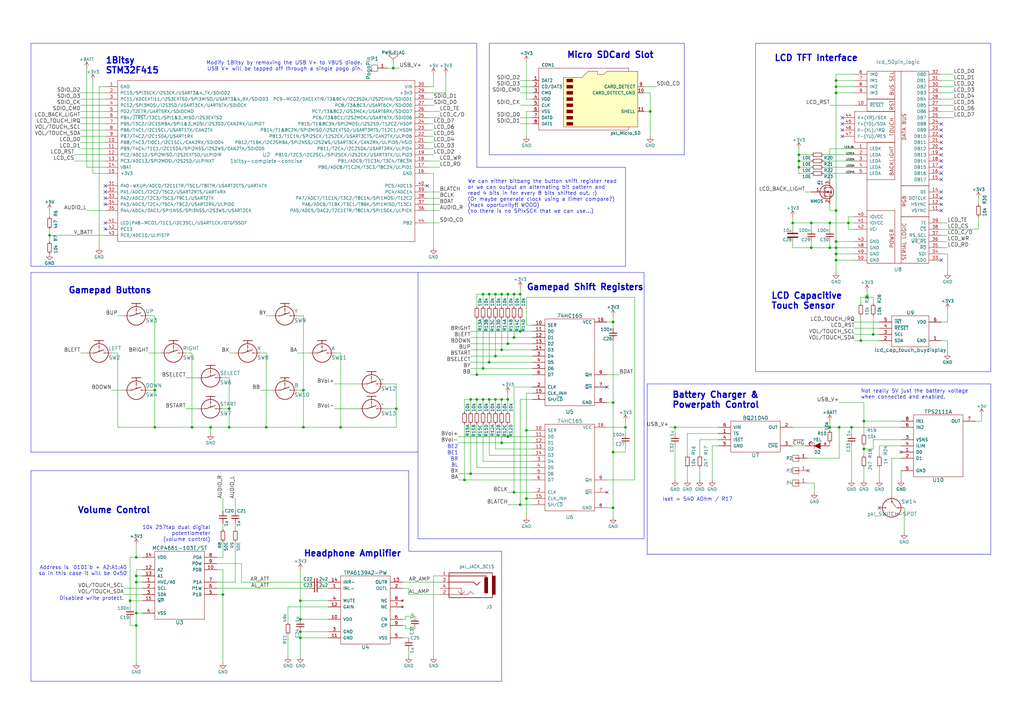
<source format=kicad_sch>
(kicad_sch (version 20230121) (generator eeschema)
  (paper "A3")
  (title_block (title "1Bitsy 1UP Retro Inspired Handheld Console, version Mini") (rev "v0.2") (company "Original design by 1BitSquared, modified by Nicolas Schodet") (comment 1 "(C) 2017 Piotr Esden-Tempski <piotr@esden.net>") (comment 2 "(C) 2017 1BitSquared LLC <info@1bitsquared.com>") (comment 3 "(C) 2017 Nicolas Schodet <nico@ni.fr.eu.org>") (comment 4 "License: CC-BY-SA 4.0"))
  (junction (at 78.74 175.26))
  (junction (at 210.82 138.43))
  (junction (at 354.33 184.15))
  (junction (at 193.04 163.83))
  (junction (at 55.88 238.76))
  (junction (at 55.88 256.54))
  (junction (at 205.74 163.83))
  (junction (at 55.88 251.46))
  (junction (at 198.12 120.65))
  (junction (at 123.19 254))
  (junction (at 276.86 175.26))
  (junction (at 266.7 45.72))
  (junction (at 20.32 96.52))
  (junction (at 256.54 175.26))
  (junction (at 55.88 236.22))
  (junction (at 355.6 121.92))
  (junction (at 123.19 246.38))
  (junction (at 123.19 259.08))
  (junction (at 205.74 181.61))
  (junction (at 123.19 261.62))
  (junction (at 342.9 33.02))
  (junction (at 198.12 151.13))
  (junction (at 55.88 228.6))
  (junction (at 215.9 176.53))
  (junction (at 203.2 163.83))
  (junction (at 342.9 38.1))
  (junction (at 208.28 140.97))
  (junction (at 203.2 120.65))
  (junction (at 340.36 101.6))
  (junction (at 354.33 172.72))
  (junction (at 340.36 91.44))
  (junction (at 347.98 91.44))
  (junction (at 353.06 139.7))
  (junction (at 342.9 35.56))
  (junction (at 358.14 137.16))
  (junction (at 195.58 153.67))
  (junction (at 208.28 179.07))
  (junction (at 208.28 120.65))
  (junction (at 349.25 175.26))
  (junction (at 193.04 194.31))
  (junction (at 205.74 120.65))
  (junction (at 161.29 27.94))
  (junction (at 190.5 196.85))
  (junction (at 109.22 175.26))
  (junction (at 342.9 86.36))
  (junction (at 344.17 175.26))
  (junction (at 342.9 101.6))
  (junction (at 200.66 148.59))
  (junction (at 213.36 207.01))
  (junction (at 342.9 106.68))
  (junction (at 93.98 167.64))
  (junction (at 124.46 160.02))
  (junction (at 213.36 135.89))
  (junction (at 327.66 66.04))
  (junction (at 325.12 91.44))
  (junction (at 91.44 243.84))
  (junction (at 86.36 175.26))
  (junction (at 200.66 120.65))
  (junction (at 342.9 104.14))
  (junction (at 332.74 101.6))
  (junction (at 210.82 120.65))
  (junction (at 93.98 175.26))
  (junction (at 215.9 204.47))
  (junction (at 208.28 163.83))
  (junction (at 198.12 163.83))
  (junction (at 251.46 165.1))
  (junction (at 63.5 160.02))
  (junction (at 124.46 175.26))
  (junction (at 251.46 185.42))
  (junction (at 251.46 208.28))
  (junction (at 327.66 68.58))
  (junction (at 340.36 175.26))
  (junction (at 210.82 201.93))
  (junction (at 342.9 99.06))
  (junction (at 53.34 246.38))
  (junction (at 332.74 91.44))
  (junction (at 139.7 175.26))
  (junction (at 213.36 120.65))
  (junction (at 327.66 63.5))
  (junction (at 200.66 163.83))
  (junction (at 195.58 163.83))
  (junction (at 251.46 132.08))
  (junction (at 205.74 143.51))
  (junction (at 162.56 167.64))
  (junction (at 63.5 175.26))
  (junction (at 203.2 146.05))
  (no_connect (at 345.44 48.26))
  (no_connect (at 345.44 50.8))
  (no_connect (at 386.08 66.04))
  (no_connect (at 331.47 193.04))
  (no_connect (at 386.08 71.12))
  (no_connect (at 386.08 60.96))
  (no_connect (at 386.08 86.36))
  (no_connect (at 43.18 91.44))
  (no_connect (at 386.08 106.68))
  (no_connect (at 43.18 76.2))
  (no_connect (at 360.68 208.28))
  (no_connect (at 386.08 78.74))
  (no_connect (at 386.08 83.82))
  (no_connect (at 386.08 50.8))
  (no_connect (at 386.08 58.42))
  (no_connect (at 386.08 63.5))
  (no_connect (at 345.44 55.88))
  (no_connect (at 386.08 53.34))
  (no_connect (at 345.44 53.34))
  (no_connect (at 43.18 81.28))
  (no_connect (at 386.08 81.28))
  (no_connect (at 248.92 158.75))
  (no_connect (at 43.18 78.74))
  (no_connect (at 43.18 83.82))
  (no_connect (at 248.92 201.93))
  (no_connect (at 175.26 76.2))
  (no_connect (at 369.57 185.42))
  (no_connect (at 386.08 68.58))
  (no_connect (at 43.18 93.98))
  (no_connect (at 386.08 55.88))
  (no_connect (at 386.08 73.66))
  (wire (pts (xy 325.12 91.44) (xy 332.74 91.44)))
  (wire (pts (xy 213.36 163.83) (xy 213.36 207.01)))
  (wire (pts (xy 198.12 189.23) (xy 198.12 173.99)))
  (wire (pts (xy 386.08 99.06) (xy 388.62 99.06)))
  (wire (pts (xy 193.04 153.67) (xy 195.58 153.67)))
  (wire (pts (xy 167.64 241.3) (xy 167.64 243.84)))
  (wire (pts (xy 342.9 86.36) (xy 342.9 99.06)))
  (wire (pts (xy 386.08 96.52) (xy 388.62 96.52)))
  (polyline (pts (xy 406.4 227.33) (xy 265.43 227.33)))
  (wire (pts (xy 58.42 233.68) (xy 55.88 233.68)))
  (wire (pts (xy 342.9 35.56) (xy 342.9 38.1)))
  (wire (pts (xy 123.19 259.08) (xy 123.19 261.62)))
  (wire (pts (xy 177.8 236.22) (xy 177.8 269.24)))
  (wire (pts (xy 369.57 193.04) (xy 369.57 196.85)))
  (wire (pts (xy 218.44 40.64) (xy 215.9 40.64)))
  (wire (pts (xy 137.16 144.78) (xy 139.7 144.78)))
  (wire (pts (xy 166.37 257.81) (xy 170.18 257.81)))
  (wire (pts (xy 205.74 130.81) (xy 205.74 143.51)))
  (wire (pts (xy 264.16 35.56) (xy 269.24 35.56)))
  (wire (pts (xy 53.34 246.38) (xy 53.34 248.92)))
  (wire (pts (xy 281.94 177.8) (xy 281.94 186.69)))
  (wire (pts (xy 276.86 177.8) (xy 276.86 175.26)))
  (wire (pts (xy 340.36 101.6) (xy 340.36 99.06)))
  (wire (pts (xy 208.28 201.93) (xy 210.82 201.93)))
  (wire (pts (xy 195.58 130.81) (xy 195.58 153.67)))
  (wire (pts (xy 248.92 132.08) (xy 251.46 132.08)))
  (wire (pts (xy 200.66 130.81) (xy 200.66 148.59)))
  (wire (pts (xy 193.04 173.99) (xy 193.04 194.31)))
  (wire (pts (xy 342.9 104.14) (xy 342.9 106.68)))
  (wire (pts (xy 203.2 130.81) (xy 203.2 146.05)))
  (wire (pts (xy 190.5 173.99) (xy 190.5 196.85)))
  (wire (pts (xy 81.28 154.94) (xy 76.2 154.94)))
  (wire (pts (xy 88.9 241.3) (xy 127 241.3)))
  (wire (pts (xy 81.28 167.64) (xy 76.2 167.64)))
  (wire (pts (xy 60.96 129.54) (xy 63.5 129.54)))
  (wire (pts (xy 76.2 144.78) (xy 78.74 144.78)))
  (wire (pts (xy 43.18 35.56) (xy 40.64 35.56)))
  (wire (pts (xy 167.64 243.84) (xy 180.34 243.84)))
  (polyline (pts (xy 205.74 279.4) (xy 12.7 279.4)))
  (wire (pts (xy 167.64 261.62) (xy 165.1 261.62)))
  (wire (pts (xy 350.52 66.04) (xy 337.82 66.04)))
  (wire (pts (xy 175.26 50.8) (xy 177.8 50.8)))
  (wire (pts (xy 127 144.78) (xy 121.92 144.78)))
  (wire (pts (xy 347.98 91.44) (xy 350.52 91.44)))
  (wire (pts (xy 251.46 185.42) (xy 251.46 208.28)))
  (wire (pts (xy 281.94 191.77) (xy 281.94 196.85)))
  (wire (pts (xy 118.11 260.35) (xy 118.11 269.24)))
  (wire (pts (xy 332.74 78.74) (xy 330.2 78.74)))
  (wire (pts (xy 327.66 63.5) (xy 327.66 66.04)))
  (wire (pts (xy 63.5 129.54) (xy 63.5 160.02)))
  (polyline (pts (xy 200.66 17.78) (xy 280.67 17.78)))
  (wire (pts (xy 193.04 143.51) (xy 205.74 143.51)))
  (wire (pts (xy 161.29 25.4) (xy 161.29 27.94)))
  (wire (pts (xy 292.1 182.88) (xy 292.1 196.85)))
  (wire (pts (xy 203.2 163.83) (xy 205.74 163.83)))
  (wire (pts (xy 276.86 196.85) (xy 276.86 182.88)))
  (polyline (pts (xy 167.64 193.04) (xy 167.64 226.06)))
  (polyline (pts (xy 171.45 185.42) (xy 12.7 185.42)))
  (wire (pts (xy 210.82 120.65) (xy 213.36 120.65)))
  (wire (pts (xy 175.26 68.58) (xy 180.34 68.58)))
  (wire (pts (xy 353.06 139.7) (xy 360.68 139.7)))
  (wire (pts (xy 43.18 43.18) (xy 33.02 43.18)))
  (wire (pts (xy 208.28 179.07) (xy 218.44 179.07)))
  (wire (pts (xy 134.62 246.38) (xy 123.19 246.38)))
  (wire (pts (xy 193.04 135.89) (xy 213.36 135.89)))
  (wire (pts (xy 53.34 256.54) (xy 55.88 256.54)))
  (wire (pts (xy 139.7 175.26) (xy 162.56 175.26)))
  (wire (pts (xy 332.74 66.04) (xy 327.66 66.04)))
  (wire (pts (xy 260.35 121.92) (xy 215.9 121.92)))
  (wire (pts (xy 175.26 40.64) (xy 177.8 40.64)))
  (wire (pts (xy 386.08 104.14) (xy 388.62 104.14)))
  (wire (pts (xy 198.12 151.13) (xy 218.44 151.13)))
  (wire (pts (xy 344.17 175.26) (xy 344.17 187.96)))
  (wire (pts (xy 340.36 175.26) (xy 340.36 176.53)))
  (wire (pts (xy 266.7 38.1) (xy 266.7 45.72)))
  (wire (pts (xy 287.02 196.85) (xy 287.02 191.77)))
  (wire (pts (xy 294.64 182.88) (xy 292.1 182.88)))
  (wire (pts (xy 248.92 175.26) (xy 256.54 175.26)))
  (wire (pts (xy 157.48 157.48) (xy 162.56 157.48)))
  (wire (pts (xy 350.52 35.56) (xy 342.9 35.56)))
  (wire (pts (xy 200.66 120.65) (xy 203.2 120.65)))
  (wire (pts (xy 166.37 256.54) (xy 166.37 257.81)))
  (wire (pts (xy 208.28 163.83) (xy 208.28 168.91)))
  (wire (pts (xy 215.9 121.92) (xy 215.9 133.35)))
  (wire (pts (xy 332.74 63.5) (xy 327.66 63.5)))
  (wire (pts (xy 386.08 91.44) (xy 388.62 91.44)))
  (wire (pts (xy 118.11 248.92) (xy 118.11 255.27)))
  (wire (pts (xy 386.08 33.02) (xy 391.16 33.02)))
  (wire (pts (xy 200.66 148.59) (xy 218.44 148.59)))
  (wire (pts (xy 256.54 185.42) (xy 251.46 185.42)))
  (wire (pts (xy 354.33 184.15) (xy 354.33 186.69)))
  (wire (pts (xy 218.44 158.75) (xy 210.82 158.75)))
  (wire (pts (xy 198.12 125.73) (xy 198.12 120.65)))
  (wire (pts (xy 342.9 106.68) (xy 342.9 111.76)))
  (wire (pts (xy 210.82 125.73) (xy 210.82 120.65)))
  (wire (pts (xy 248.92 153.67) (xy 254 153.67)))
  (wire (pts (xy 215.9 133.35) (xy 218.44 133.35)))
  (wire (pts (xy 354.33 184.15) (xy 358.14 184.15)))
  (wire (pts (xy 96.52 209.55) (xy 96.52 204.47)))
  (wire (pts (xy 170.18 252.73) (xy 166.37 252.73)))
  (wire (pts (xy 386.08 48.26) (xy 391.16 48.26)))
  (wire (pts (xy 350.52 71.12) (xy 337.82 71.12)))
  (wire (pts (xy 96.52 222.25) (xy 96.52 238.76)))
  (wire (pts (xy 175.26 60.96) (xy 177.8 60.96)))
  (wire (pts (xy 327.66 60.96) (xy 327.66 63.5)))
  (wire (pts (xy 123.19 261.62) (xy 123.19 269.24)))
  (wire (pts (xy 123.19 246.38) (xy 123.19 254)))
  (wire (pts (xy 358.14 137.16) (xy 360.68 137.16)))
  (wire (pts (xy 327.66 71.12) (xy 332.74 71.12)))
  (wire (pts (xy 203.2 125.73) (xy 203.2 120.65)))
  (wire (pts (xy 218.44 50.8) (xy 213.36 50.8)))
  (wire (pts (xy 175.26 91.44) (xy 180.34 91.44)))
  (wire (pts (xy 256.54 172.72) (xy 256.54 175.26)))
  (wire (pts (xy 350.52 139.7) (xy 353.06 139.7)))
  (wire (pts (xy 401.32 93.98) (xy 401.32 88.9)))
  (wire (pts (xy 175.26 55.88) (xy 177.8 55.88)))
  (wire (pts (xy 200.66 168.91) (xy 200.66 163.83)))
  (wire (pts (xy 386.08 139.7) (xy 388.62 139.7)))
  (polyline (pts (xy 12.7 17.78) (xy 195.58 17.78)))
  (wire (pts (xy 175.26 81.28) (xy 180.34 81.28)))
  (wire (pts (xy 264.16 45.72) (xy 266.7 45.72)))
  (wire (pts (xy 132.08 241.3) (xy 134.62 241.3)))
  (wire (pts (xy 48.26 144.78) (xy 48.26 175.26)))
  (wire (pts (xy 175.26 48.26) (xy 180.34 48.26)))
  (wire (pts (xy 353.06 121.92) (xy 355.6 121.92)))
  (polyline (pts (xy 280.67 17.78) (xy 280.67 63.5)))
  (wire (pts (xy 386.08 45.72) (xy 391.16 45.72)))
  (wire (pts (xy 325.12 175.26) (xy 340.36 175.26)))
  (wire (pts (xy 218.44 45.72) (xy 215.9 45.72)))
  (wire (pts (xy 203.2 168.91) (xy 203.2 163.83)))
  (wire (pts (xy 175.26 53.34) (xy 177.8 53.34)))
  (wire (pts (xy 340.36 101.6) (xy 342.9 101.6)))
  (wire (pts (xy 20.32 96.52) (xy 20.32 99.06)))
  (wire (pts (xy 53.34 228.6) (xy 55.88 228.6)))
  (wire (pts (xy 386.08 101.6) (xy 388.62 101.6)))
  (wire (pts (xy 210.82 130.81) (xy 210.82 138.43)))
  (wire (pts (xy 327.66 68.58) (xy 327.66 71.12)))
  (wire (pts (xy 134.62 259.08) (xy 123.19 259.08)))
  (wire (pts (xy 248.92 196.85) (xy 260.35 196.85)))
  (wire (pts (xy 360.68 134.62) (xy 350.52 134.62)))
  (wire (pts (xy 53.34 228.6) (xy 53.34 246.38)))
  (wire (pts (xy 175.26 63.5) (xy 177.8 63.5)))
  (wire (pts (xy 111.76 160.02) (xy 106.68 160.02)))
  (wire (pts (xy 340.36 91.44) (xy 347.98 91.44)))
  (wire (pts (xy 55.88 251.46) (xy 55.88 256.54)))
  (wire (pts (xy 287.02 180.34) (xy 287.02 186.69)))
  (polyline (pts (xy 12.7 109.22) (xy 12.7 17.78)))
  (wire (pts (xy 325.12 88.9) (xy 325.12 91.44)))
  (wire (pts (xy 342.9 38.1) (xy 342.9 86.36)))
  (wire (pts (xy 63.5 160.02) (xy 63.5 175.26)))
  (wire (pts (xy 342.9 101.6) (xy 350.52 101.6)))
  (wire (pts (xy 349.25 175.26) (xy 369.57 175.26)))
  (wire (pts (xy 340.36 175.26) (xy 344.17 175.26)))
  (wire (pts (xy 55.88 236.22) (xy 55.88 238.76)))
  (polyline (pts (xy 256.54 68.58) (xy 256.54 109.22)))
  (wire (pts (xy 166.37 254) (xy 165.1 254)))
  (wire (pts (xy 147.32 157.48) (xy 137.16 157.48)))
  (wire (pts (xy 157.48 167.64) (xy 162.56 167.64)))
  (wire (pts (xy 350.52 137.16) (xy 358.14 137.16)))
  (wire (pts (xy 353.06 129.54) (xy 353.06 139.7)))
  (wire (pts (xy 294.64 180.34) (xy 287.02 180.34)))
  (wire (pts (xy 43.18 58.42) (xy 33.02 58.42)))
  (polyline (pts (xy 264.16 111.76) (xy 264.16 220.98)))
  (wire (pts (xy 208.28 207.01) (xy 213.36 207.01)))
  (wire (pts (xy 43.18 66.04) (xy 30.48 66.04)))
  (wire (pts (xy 200.66 163.83) (xy 203.2 163.83)))
  (wire (pts (xy 332.74 99.06) (xy 332.74 101.6)))
  (wire (pts (xy 78.74 175.26) (xy 86.36 175.26)))
  (wire (pts (xy 355.6 121.92) (xy 355.6 119.38)))
  (wire (pts (xy 342.9 33.02) (xy 342.9 35.56)))
  (polyline (pts (xy 309.88 17.78) (xy 406.4 17.78)))
  (wire (pts (xy 175.26 35.56) (xy 177.8 35.56)))
  (wire (pts (xy 175.26 43.18) (xy 177.8 43.18)))
  (polyline (pts (xy 309.88 152.4) (xy 309.88 17.78)))
  (wire (pts (xy 402.59 172.72) (xy 400.05 172.72)))
  (wire (pts (xy 340.36 60.96) (xy 340.36 73.66)))
  (wire (pts (xy 175.26 78.74) (xy 180.34 78.74)))
  (wire (pts (xy 45.72 144.78) (xy 48.26 144.78)))
  (wire (pts (xy 55.88 251.46) (xy 58.42 251.46)))
  (wire (pts (xy 96.52 238.76) (xy 88.9 238.76)))
  (wire (pts (xy 208.28 120.65) (xy 210.82 120.65)))
  (wire (pts (xy 360.68 182.88) (xy 360.68 186.69)))
  (wire (pts (xy 190.5 163.83) (xy 193.04 163.83)))
  (wire (pts (xy 350.52 104.14) (xy 342.9 104.14)))
  (wire (pts (xy 99.06 238.76) (xy 127 238.76)))
  (wire (pts (xy 386.08 35.56) (xy 391.16 35.56)))
  (wire (pts (xy 332.74 101.6) (xy 340.36 101.6)))
  (wire (pts (xy 193.04 168.91) (xy 193.04 163.83)))
  (wire (pts (xy 55.88 256.54) (xy 55.88 271.78)))
  (wire (pts (xy 195.58 125.73) (xy 195.58 120.65)))
  (wire (pts (xy 203.2 146.05) (xy 218.44 146.05)))
  (wire (pts (xy 365.76 187.96) (xy 365.76 203.2)))
  (wire (pts (xy 274.32 175.26) (xy 276.86 175.26)))
  (wire (pts (xy 215.9 204.47) (xy 215.9 212.09)))
  (wire (pts (xy 218.44 184.15) (xy 203.2 184.15)))
  (wire (pts (xy 165.1 241.3) (xy 167.64 241.3)))
  (wire (pts (xy 350.52 43.18) (xy 340.36 43.18)))
  (wire (pts (xy 360.68 132.08) (xy 350.52 132.08)))
  (wire (pts (xy 251.46 132.08) (xy 251.46 134.62)))
  (wire (pts (xy 58.42 236.22) (xy 55.88 236.22)))
  (wire (pts (xy 256.54 175.26) (xy 256.54 177.8)))
  (wire (pts (xy 93.98 167.64) (xy 93.98 175.26)))
  (wire (pts (xy 388.62 139.7) (xy 388.62 144.78)))
  (wire (pts (xy 180.34 238.76) (xy 165.1 238.76)))
  (wire (pts (xy 350.52 60.96) (xy 340.36 60.96)))
  (wire (pts (xy 213.36 207.01) (xy 218.44 207.01)))
  (polyline (pts (xy 406.4 152.4) (xy 309.88 152.4)))
  (wire (pts (xy 388.62 132.08) (xy 388.62 127)))
  (wire (pts (xy 200.66 186.69) (xy 200.66 173.99)))
  (polyline (pts (xy 12.7 111.76) (xy 264.16 111.76)))
  (wire (pts (xy 350.52 106.68) (xy 342.9 106.68)))
  (wire (pts (xy 180.34 236.22) (xy 177.8 236.22)))
  (wire (pts (xy 162.56 157.48) (xy 162.56 167.64)))
  (wire (pts (xy 334.01 201.93) (xy 334.01 198.12)))
  (wire (pts (xy 50.8 129.54) (xy 48.26 129.54)))
  (wire (pts (xy 193.04 194.31) (xy 218.44 194.31)))
  (wire (pts (xy 208.28 179.07) (xy 208.28 173.99)))
  (wire (pts (xy 96.52 214.63) (xy 96.52 217.17)))
  (wire (pts (xy 193.04 148.59) (xy 200.66 148.59)))
  (wire (pts (xy 218.44 204.47) (xy 215.9 204.47)))
  (wire (pts (xy 347.98 91.44) (xy 347.98 93.98)))
  (wire (pts (xy 218.44 35.56) (xy 213.36 35.56)))
  (wire (pts (xy 91.44 222.25) (xy 91.44 228.6)))
  (wire (pts (xy 91.44 154.94) (xy 93.98 154.94)))
  (wire (pts (xy 58.42 238.76) (xy 55.88 238.76)))
  (wire (pts (xy 401.32 83.82) (xy 401.32 81.28)))
  (wire (pts (xy 332.74 93.98) (xy 332.74 91.44)))
  (wire (pts (xy 91.44 214.63) (xy 91.44 217.17)))
  (wire (pts (xy 187.96 181.61) (xy 205.74 181.61)))
  (wire (pts (xy 256.54 182.88) (xy 256.54 185.42)))
  (wire (pts (xy 198.12 130.81) (xy 198.12 151.13)))
  (wire (pts (xy 175.26 71.12) (xy 177.8 71.12)))
  (wire (pts (xy 43.18 53.34) (xy 33.02 53.34)))
  (wire (pts (xy 386.08 43.18) (xy 391.16 43.18)))
  (wire (pts (xy 203.2 120.65) (xy 205.74 120.65)))
  (wire (pts (xy 218.44 186.69) (xy 200.66 186.69)))
  (wire (pts (xy 123.19 254) (xy 134.62 254)))
  (wire (pts (xy 354.33 191.77) (xy 354.33 196.85)))
  (wire (pts (xy 218.44 191.77) (xy 195.58 191.77)))
  (wire (pts (xy 78.74 144.78) (xy 78.74 175.26)))
  (wire (pts (xy 193.04 163.83) (xy 195.58 163.83)))
  (polyline (pts (xy 171.45 220.98) (xy 171.45 111.76)))
  (wire (pts (xy 187.96 194.31) (xy 193.04 194.31)))
  (polyline (pts (xy 265.43 157.48) (xy 406.4 157.48)))
  (wire (pts (xy 248.92 165.1) (xy 251.46 165.1)))
  (wire (pts (xy 175.26 66.04) (xy 180.34 66.04)))
  (wire (pts (xy 161.29 27.94) (xy 163.83 27.94)))
  (wire (pts (xy 55.88 233.68) (xy 55.88 236.22)))
  (wire (pts (xy 354.33 182.88) (xy 354.33 184.15)))
  (wire (pts (xy 35.56 144.78) (xy 33.02 144.78)))
  (wire (pts (xy 369.57 182.88) (xy 360.68 182.88)))
  (polyline (pts (xy 265.43 227.33) (xy 265.43 157.48)))
  (wire (pts (xy 369.57 187.96) (xy 365.76 187.96)))
  (wire (pts (xy 96.52 144.78) (xy 93.98 144.78)))
  (wire (pts (xy 198.12 163.83) (xy 200.66 163.83)))
  (wire (pts (xy 205.74 125.73) (xy 205.74 120.65)))
  (wire (pts (xy 147.32 167.64) (xy 137.16 167.64)))
  (wire (pts (xy 66.04 144.78) (xy 60.96 144.78)))
  (polyline (pts (xy 406.4 17.78) (xy 406.4 152.4)))
  (wire (pts (xy 205.74 143.51) (xy 218.44 143.51)))
  (wire (pts (xy 350.52 30.48) (xy 342.9 30.48)))
  (wire (pts (xy 35.56 68.58) (xy 35.56 27.94)))
  (wire (pts (xy 43.18 86.36) (xy 35.56 86.36)))
  (wire (pts (xy 325.12 91.44) (xy 325.12 93.98)))
  (wire (pts (xy 208.28 125.73) (xy 208.28 120.65)))
  (wire (pts (xy 43.18 50.8) (xy 33.02 50.8)))
  (wire (pts (xy 215.9 40.64) (xy 215.9 25.4)))
  (wire (pts (xy 193.04 140.97) (xy 208.28 140.97)))
  (wire (pts (xy 86.36 175.26) (xy 93.98 175.26)))
  (wire (pts (xy 349.25 182.88) (xy 349.25 196.85)))
  (wire (pts (xy 93.98 175.26) (xy 109.22 175.26)))
  (wire (pts (xy 215.9 176.53) (xy 215.9 204.47)))
  (wire (pts (xy 210.82 138.43) (xy 218.44 138.43)))
  (wire (pts (xy 200.66 125.73) (xy 200.66 120.65)))
  (wire (pts (xy 175.26 83.82) (xy 180.34 83.82)))
  (wire (pts (xy 353.06 124.46) (xy 353.06 121.92)))
  (wire (pts (xy 386.08 40.64) (xy 391.16 40.64)))
  (wire (pts (xy 334.01 198.12) (xy 331.47 198.12)))
  (wire (pts (xy 350.52 63.5) (xy 337.82 63.5)))
  (wire (pts (xy 354.33 165.1) (xy 344.17 165.1)))
  (wire (pts (xy 167.64 266.7) (xy 167.64 269.24)))
  (polyline (pts (xy 12.7 193.04) (xy 167.64 193.04)))
  (wire (pts (xy 218.44 163.83) (xy 213.36 163.83)))
  (wire (pts (xy 213.36 135.89) (xy 213.36 130.81)))
  (wire (pts (xy 248.92 208.28) (xy 251.46 208.28)))
  (wire (pts (xy 193.04 138.43) (xy 210.82 138.43)))
  (wire (pts (xy 358.14 180.34) (xy 369.57 180.34)))
  (wire (pts (xy 195.58 163.83) (xy 198.12 163.83)))
  (wire (pts (xy 123.19 233.68) (xy 123.19 246.38)))
  (wire (pts (xy 50.8 160.02) (xy 45.72 160.02)))
  (wire (pts (xy 190.5 196.85) (xy 218.44 196.85)))
  (wire (pts (xy 20.32 96.52) (xy 43.18 96.52)))
  (wire (pts (xy 251.46 129.54) (xy 251.46 132.08)))
  (wire (pts (xy 340.36 83.82) (xy 340.36 86.36)))
  (polyline (pts (xy 12.7 185.42) (xy 12.7 111.76)))
  (wire (pts (xy 177.8 35.56) (xy 177.8 30.48)))
  (wire (pts (xy 43.18 60.96) (xy 33.02 60.96)))
  (wire (pts (xy 124.46 129.54) (xy 121.92 129.54)))
  (wire (pts (xy 218.44 176.53) (xy 215.9 176.53)))
  (wire (pts (xy 124.46 175.26) (xy 139.7 175.26)))
  (wire (pts (xy 134.62 248.92) (xy 118.11 248.92)))
  (wire (pts (xy 182.88 38.1) (xy 182.88 30.48)))
  (wire (pts (xy 344.17 175.26) (xy 349.25 175.26)))
  (wire (pts (xy 20.32 86.36) (xy 20.32 88.9)))
  (wire (pts (xy 43.18 48.26) (xy 33.02 48.26)))
  (wire (pts (xy 208.28 130.81) (xy 208.28 140.97)))
  (wire (pts (xy 218.44 43.18) (xy 213.36 43.18)))
  (wire (pts (xy 208.28 161.29) (xy 208.28 163.83)))
  (wire (pts (xy 386.08 38.1) (xy 391.16 38.1)))
  (polyline (pts (xy 195.58 17.78) (xy 195.58 68.58)))
  (wire (pts (xy 43.18 71.12) (xy 38.1 71.12)))
  (wire (pts (xy 158.75 27.94) (xy 161.29 27.94)))
  (wire (pts (xy 43.18 55.88) (xy 33.02 55.88)))
  (wire (pts (xy 134.62 238.76) (xy 132.08 238.76)))
  (wire (pts (xy 109.22 175.26) (xy 124.46 175.26)))
  (wire (pts (xy 386.08 93.98) (xy 401.32 93.98)))
  (polyline (pts (xy 205.74 226.06) (xy 205.74 279.4)))
  (wire (pts (xy 350.52 68.58) (xy 337.82 68.58)))
  (polyline (pts (xy 256.54 109.22) (xy 12.7 109.22)))
  (wire (pts (xy 354.33 172.72) (xy 354.33 177.8)))
  (wire (pts (xy 294.64 177.8) (xy 281.94 177.8)))
  (wire (pts (xy 86.36 175.26) (xy 86.36 177.8)))
  (wire (pts (xy 355.6 121.92) (xy 358.14 121.92)))
  (wire (pts (xy 134.62 261.62) (xy 123.19 261.62)))
  (wire (pts (xy 187.96 179.07) (xy 208.28 179.07)))
  (polyline (pts (xy 12.7 279.4) (xy 12.7 193.04)))
  (wire (pts (xy 213.36 120.65) (xy 213.36 125.73)))
  (wire (pts (xy 342.9 101.6) (xy 342.9 104.14)))
  (wire (pts (xy 187.96 196.85) (xy 190.5 196.85)))
  (wire (pts (xy 388.62 104.14) (xy 388.62 111.76)))
  (wire (pts (xy 38.1 71.12) (xy 38.1 33.02)))
  (wire (pts (xy 251.46 139.7) (xy 251.46 165.1)))
  (wire (pts (xy 195.58 153.67) (xy 218.44 153.67)))
  (polyline (pts (xy 167.64 226.06) (xy 205.74 226.06)))
  (wire (pts (xy 91.44 209.55) (xy 91.44 204.47)))
  (wire (pts (xy 350.52 88.9) (xy 347.98 88.9)))
  (wire (pts (xy 327.66 66.04) (xy 327.66 68.58)))
  (wire (pts (xy 109.22 144.78) (xy 109.22 175.26)))
  (wire (pts (xy 55.88 228.6) (xy 58.42 228.6)))
  (wire (pts (xy 210.82 201.93) (xy 218.44 201.93)))
  (wire (pts (xy 349.25 175.26) (xy 349.25 177.8)))
  (wire (pts (xy 264.16 38.1) (xy 266.7 38.1)))
  (wire (pts (xy 205.74 120.65) (xy 208.28 120.65)))
  (wire (pts (xy 203.2 184.15) (xy 203.2 173.99)))
  (wire (pts (xy 332.74 68.58) (xy 327.66 68.58)))
  (wire (pts (xy 205.74 181.61) (xy 218.44 181.61)))
  (wire (pts (xy 215.9 45.72) (xy 215.9 55.88)))
  (wire (pts (xy 55.88 238.76) (xy 55.88 251.46)))
  (wire (pts (xy 386.08 132.08) (xy 388.62 132.08)))
  (wire (pts (xy 91.44 243.84) (xy 91.44 271.78)))
  (wire (pts (xy 205.74 168.91) (xy 205.74 163.83)))
  (wire (pts (xy 88.9 243.84) (xy 91.44 243.84)))
  (wire (pts (xy 88.9 233.68) (xy 91.44 233.68)))
  (wire (pts (xy 213.36 135.89) (xy 218.44 135.89)))
  (polyline (pts (xy 200.66 63.5) (xy 200.66 17.78)))
  (wire (pts (xy 354.33 165.1) (xy 354.33 172.72)))
  (wire (pts (xy 340.36 86.36) (xy 342.9 86.36)))
  (polyline (pts (xy 406.4 157.48) (xy 406.4 227.33)))
  (wire (pts (xy 175.26 45.72) (xy 180.34 45.72)))
  (wire (pts (xy 251.46 165.1) (xy 251.46 185.42)))
  (wire (pts (xy 198.12 120.65) (xy 200.66 120.65)))
  (wire (pts (xy 195.58 120.65) (xy 198.12 120.65)))
  (wire (pts (xy 340.36 181.61) (xy 340.36 182.88)))
  (wire (pts (xy 370.84 208.28) (xy 370.84 218.44)))
  (wire (pts (xy 340.36 91.44) (xy 340.36 93.98)))
  (wire (pts (xy 20.32 93.98) (xy 20.32 96.52)))
  (wire (pts (xy 121.92 160.02) (xy 124.46 160.02)))
  (wire (pts (xy 218.44 38.1) (xy 213.36 38.1)))
  (wire (pts (xy 205.74 181.61) (xy 205.74 173.99)))
  (wire (pts (xy 162.56 167.64) (xy 162.56 175.26)))
  (wire (pts (xy 40.64 35.56) (xy 40.64 101.6)))
  (polyline (pts (xy 264.16 220.98) (xy 171.45 220.98)))
  (wire (pts (xy 347.98 88.9) (xy 347.98 91.44)))
  (wire (pts (xy 99.06 231.14) (xy 99.06 238.76)))
  (wire (pts (xy 58.42 243.84) (xy 50.8 243.84)))
  (wire (pts (xy 175.26 58.42) (xy 177.8 58.42)))
  (wire (pts (xy 218.44 189.23) (xy 198.12 189.23)))
  (wire (pts (xy 106.68 144.78) (xy 109.22 144.78)))
  (wire (pts (xy 325.12 101.6) (xy 332.74 101.6)))
  (wire (pts (xy 165.1 256.54) (xy 166.37 256.54)))
  (wire (pts (xy 342.9 30.48) (xy 342.9 33.02)))
  (wire (pts (xy 342.9 99.06) (xy 342.9 101.6)))
  (wire (pts (xy 358.14 184.15) (xy 358.14 180.34)))
  (wire (pts (xy 139.7 144.78) (xy 139.7 175.26)))
  (wire (pts (xy 218.44 161.29) (xy 215.9 161.29)))
  (wire (pts (xy 332.74 91.44) (xy 340.36 91.44)))
  (wire (pts (xy 358.14 121.92) (xy 358.14 124.46)))
  (wire (pts (xy 91.44 228.6) (xy 88.9 228.6)))
  (wire (pts (xy 215.9 161.29) (xy 215.9 176.53)))
  (wire (pts (xy 198.12 168.91) (xy 198.12 163.83)))
  (wire (pts (xy 53.34 254) (xy 53.34 256.54)))
  (wire (pts (xy 210.82 158.75) (xy 210.82 201.93)))
  (wire (pts (xy 218.44 33.02) (xy 213.36 33.02)))
  (wire (pts (xy 195.58 191.77) (xy 195.58 173.99)))
  (wire (pts (xy 58.42 241.3) (xy 50.8 241.3)))
  (wire (pts (xy 325.12 99.06) (xy 325.12 101.6)))
  (wire (pts (xy 43.18 40.64) (xy 33.02 40.64)))
  (wire (pts (xy 60.96 160.02) (xy 63.5 160.02)))
  (wire (pts (xy 350.52 38.1) (xy 342.9 38.1)))
  (wire (pts (xy 58.42 246.38) (xy 53.34 246.38)))
  (wire (pts (xy 340.36 172.72) (xy 340.36 175.26)))
  (wire (pts (xy 166.37 252.73) (xy 166.37 254)))
  (wire (pts (xy 260.35 196.85) (xy 260.35 121.92)))
  (wire (pts (xy 402.59 170.18) (xy 402.59 172.72)))
  (wire (pts (xy 175.26 86.36) (xy 180.34 86.36)))
  (wire (pts (xy 350.52 99.06) (xy 342.9 99.06)))
  (wire (pts (xy 360.68 191.77) (xy 360.68 196.85)))
  (wire (pts (xy 208.28 140.97) (xy 218.44 140.97)))
  (wire (pts (xy 43.18 63.5) (xy 30.48 63.5)))
  (wire (pts (xy 386.08 30.48) (xy 391.16 30.48)))
  (wire (pts (xy 350.52 33.02) (xy 342.9 33.02)))
  (wire (pts (xy 55.88 228.6) (xy 55.88 223.52)))
  (wire (pts (xy 43.18 45.72) (xy 33.02 45.72)))
  (wire (pts (xy 63.5 175.26) (xy 78.74 175.26)))
  (wire (pts (xy 205.74 163.83) (xy 208.28 163.83)))
  (wire (pts (xy 369.57 172.72) (xy 354.33 172.72)))
  (wire (pts (xy 193.04 146.05) (xy 203.2 146.05)))
  (wire (pts (xy 213.36 118.11) (xy 213.36 120.65)))
  (wire (pts (xy 276.86 175.26) (xy 294.64 175.26)))
  (wire (pts (xy 48.26 175.26) (xy 63.5 175.26)))
  (wire (pts (xy 190.5 168.91) (xy 190.5 163.83)))
  (wire (pts (xy 91.44 167.64) (xy 93.98 167.64)))
  (wire (pts (xy 266.7 45.72) (xy 266.7 55.88)))
  (wire (pts (xy 177.8 71.12) (xy 177.8 101.6)))
  (wire (pts (xy 93.98 154.94) (xy 93.98 167.64)))
  (wire (pts (xy 358.14 129.54) (xy 358.14 137.16)))
  (wire (pts (xy 344.17 187.96) (xy 331.47 187.96)))
  (wire (pts (xy 111.76 129.54) (xy 109.22 129.54)))
  (wire (pts (xy 43.18 68.58) (xy 35.56 68.58)))
  (wire (pts (xy 325.12 182.88) (xy 330.2 182.88)))
  (wire (pts (xy 218.44 48.26) (xy 213.36 48.26)))
  (wire (pts (xy 124.46 129.54) (xy 124.46 160.02)))
  (polyline (pts (xy 280.67 63.5) (xy 200.66 63.5)))
  (wire (pts (xy 43.18 38.1) (xy 33.02 38.1)))
  (wire (pts (xy 193.04 151.13) (xy 198.12 151.13)))
  (wire (pts (xy 251.46 208.28) (xy 251.46 212.09)))
  (wire (pts (xy 91.44 233.68) (xy 91.44 243.84)))
  (wire (pts (xy 88.9 231.14) (xy 99.06 231.14)))
  (wire (pts (xy 124.46 160.02) (xy 124.46 175.26)))
  (wire (pts (xy 195.58 168.91) (xy 195.58 163.83)))
  (wire (pts (xy 175.26 38.1) (xy 182.88 38.1)))
  (polyline (pts (xy 195.58 68.58) (xy 256.54 68.58)))
  (wire (pts (xy 347.98 93.98) (xy 350.52 93.98)))
  (text "BE2" (at 187.96 184.15 0) (effects (font (size 1.524 1.524)) (justify right bottom)))
  (text "Iset = 540 AOhm / R17" (at 271.78 205.74 0) (effects (font (size 1.524 1.524)) (justify left bottom)))
  (text "1Bitsy\nSTM32F415" (at 43.18 30.48 0) (effects (font (size 2.54 2.54) (thickness 0.508) bold) (justify left bottom)))
  (text "Headphone Amplifier" (at 124.46 228.6 0) (effects (font (size 2.54 2.54) (thickness 0.508) bold) (justify left bottom)))
  (text "Micro SDCard Slot" (at 232.41 24.13 0) (effects (font (size 2.54 2.54) (thickness 0.508) bold) (justify left bottom)))
  (text "LCD TFT Interface" (at 317.5 25.4 0) (effects (font (size 2.54 2.54) (thickness 0.508) bold) (justify left bottom)))
  (text "We can either bitbang the button shift register read\nor we can output an alternating bit pattern and\nread 4 bits in for every 8 bits shifted out. :)\n(Or maybe generate clock using a timer compare?)\n(Hack oportunity!! WOOO)\n(no there is no SPIxSCK that we can use...)" (at 191.77 87.63 0) (effects (font (size 1.524 1.524)) (justify left bottom)))
  (text "10k 257tap dual digital\npotentiometer\n(volume control)" (at 86.36 222.25 0) (effects (font (size 1.524 1.524)) (justify right bottom)))
  (text "Battery Charger &\nPowerpath Control" (at 275.59 167.64 0) (effects (font (size 2.54 2.54) (thickness 0.508) bold) (justify left bottom)))
  (text "Address is '0101'b + A2:A1:A0\nso in this case it will be 0x50" (at 52.07 236.22 0) (effects (font (size 1.524 1.524)) (justify right bottom)))
  (text "BR" (at 187.96 189.23 0) (effects (font (size 1.524 1.524)) (justify right bottom)))
  (text "BL" (at 187.96 191.77 0) (effects (font (size 1.524 1.524)) (justify right bottom)))
  (text "BE1" (at 187.96 186.69 0) (effects (font (size 1.524 1.524)) (justify right bottom)))
  (text "Gamepad Shift Registers" (at 215.9 119.38 0) (effects (font (size 2.54 2.54) (thickness 0.508) bold) (justify left bottom)))
  (text "Not really 5V just the battery voltage\nwhen connected and enabled." (at 353.06 163.83 0) (effects (font (size 1.524 1.524)) (justify left bottom)))
  (text "Gamepad Buttons" (at 27.94 120.65 0) (effects (font (size 2.54 2.54) (thickness 0.508) bold) (justify left bottom)))
  (text "LCD Capacitive\nTouch Sensor" (at 316.23 127 0) (effects (font (size 2.54 2.54) (thickness 0.508) bold) (justify left bottom)))
  (text "Volume Control" (at 31.75 210.82 0) (effects (font (size 2.54 2.54) (thickness 0.508) bold) (justify left bottom)))
  (text "Disabled write protect." (at 50.8 246.38 0) (effects (font (size 1.524 1.524)) (justify right bottom)))
  (text "Modify 1Bitsy by removing the USB V+ to VBUS diode.\nUSB V+ will be tapped off through a single pogo pin." (at 148.59 29.21 0) (effects (font (size 1.524 1.524)) (justify right bottom)))
  (label "LCD_D6" (at 391.16 45.72 0) (effects (font (size 1.524 1.524))))
  (label "LCD_CS" (at 388.62 93.98 0) (effects (font (size 1.524 1.524))))
  (label "LCD_D7" (at 391.16 48.26 0) (effects (font (size 1.524 1.524))))
  (label "LCD_D2" (at 391.16 35.56 0) (effects (font (size 1.524 1.524))))
  (label "LCD_D0" (at 391.16 30.48 0) (effects (font (size 1.524 1.524))))
  (label "BB" (at 106.68 160.02 180) (effects (font (size 1.524 1.524))))
  (label "SDIO_CMD" (at 213.36 38.1 180) (effects (font (size 1.524 1.524))))
  (label "SDIO_D1" (at 213.36 50.8 180) (effects (font (size 1.524 1.524))))
  (label "VOL/TOUCH_SDA" (at 350.52 139.7 180) (effects (font (size 1.524 1.524))))
  (label "SDIO_D2" (at 213.36 33.02 180) (effects (font (size 1.524 1.524))))
  (label "SDIO_D0" (at 177.8 43.18 0) (effects (font (size 1.524 1.524))))
  (label "BX" (at 93.98 144.78 180) (effects (font (size 1.524 1.524))))
  (label "LCD_D6" (at 177.8 53.34 0) (effects (font (size 1.524 1.524))))
  (label "BA" (at 187.96 196.85 180) (effects (font (size 1.524 1.524))))
  (label "VOL/TOUCH_SDA" (at 50.8 243.84 180) (effects (font (size 1.524 1.524))))
  (label "LCD_D4" (at 177.8 58.42 0) (effects (font (size 1.524 1.524))))
  (label "LCD_TOUCH_IRQ" (at 350.52 132.08 180) (effects (font (size 1.524 1.524))))
  (label "SDIO_D1" (at 177.8 40.64 0) (effects (font (size 1.524 1.524))))
  (label "LCD_D5" (at 177.8 55.88 0) (effects (font (size 1.524 1.524))))
  (label "LED1A" (at 350.52 63.5 180) (effects (font (size 0.762 0.762))))
  (label "BUP" (at 193.04 143.51 180) (effects (font (size 1.524 1.524))))
  (label "BDAT" (at 180.34 83.82 0) (effects (font (size 1.524 1.524))))
  (label "LCD_D2" (at 177.8 63.5 0) (effects (font (size 1.524 1.524))))
  (label "VOL/TOUCH_SCL" (at 33.02 53.34 180) (effects (font (size 1.524 1.524))))
  (label "USB_V+" (at 163.83 27.94 0) (effects (font (size 1.524 1.524))))
  (label "BLEFT" (at 33.02 144.78 180) (effects (font (size 1.524 1.524))))
  (label "LCD_D3" (at 391.16 38.1 0) (effects (font (size 1.524 1.524))))
  (label "BY" (at 109.22 129.54 180) (effects (font (size 1.524 1.524))))
  (label "BSTART" (at 76.2 167.64 180) (effects (font (size 1.524 1.524))))
  (label "BLEFT" (at 193.04 138.43 180) (effects (font (size 1.524 1.524))))
  (label "LED2A" (at 350.52 66.04 180) (effects (font (size 0.762 0.762))))
  (label "BY" (at 193.04 151.13 180) (effects (font (size 1.524 1.524))))
  (label "LCD_RD" (at 388.62 101.6 0) (effects (font (size 1.524 1.524))))
  (label "LCD_D1" (at 33.02 60.96 180) (effects (font (size 1.524 1.524))))
  (label "LCD_D1" (at 391.16 33.02 0) (effects (font (size 1.524 1.524))))
  (label "BSELECT" (at 76.2 154.94 180) (effects (font (size 1.524 1.524))))
  (label "SDIO_CK" (at 33.02 43.18 180) (effects (font (size 1.524 1.524))))
  (label "LCD_D0" (at 33.02 58.42 180) (effects (font (size 1.524 1.524))))
  (label "LCD_BL" (at 350.52 60.96 180) (effects (font (size 0.762 0.762))))
  (label "LCD_CS" (at 30.48 66.04 180) (effects (font (size 1.524 1.524))))
  (label "AUDIO_L" (at 96.52 204.47 90) (effects (font (size 1.524 1.524))))
  (label "BDAT" (at 254 153.67 0) (effects (font (size 1.524 1.524))))
  (label "VOL/TOUCH_SCL" (at 50.8 241.3 180) (effects (font (size 1.524 1.524))))
  (label "AL_AMP" (at 167.64 243.84 0) (effects (font (size 1.524 1.524))))
  (label "BCLK" (at 208.28 201.93 180) (effects (font (size 1.524 1.524))))
  (label "LCD_WR" (at 388.62 99.06 0) (effects (font (size 1.524 1.524))))
  (label "BVol+" (at 187.96 179.07 180) (effects (font (size 1.524 1.524))))
  (label "BVol-" (at 187.96 181.61 180) (effects (font (size 1.524 1.524))))
  (label "~{CHG}" (at 325.12 182.88 0) (effects (font (size 1.524 1.524))))
  (label "USB_V+" (at 274.32 175.26 180) (effects (font (size 1.524 1.524))))
  (label "LCD_TOUCH_IRQ" (at 33.02 50.8 180) (effects (font (size 1.524 1.524))))
  (label "BRIGHT" (at 60.96 144.78 180) (effects (font (size 1.524 1.524))))
  (label "SDIO_CD" (at 180.34 91.44 0) (effects (font (size 1.524 1.524))))
  (label "LCD_RD" (at 180.34 68.58 0) (effects (font (size 1.524 1.524))))
  (label "LCD_RST" (at 30.48 63.5 180) (effects (font (size 1.524 1.524))))
  (label "LCD_TE" (at 180.34 45.72 0) (effects (font (size 1.524 1.524))))
  (label "SDIO_CK" (at 213.36 43.18 180) (effects (font (size 1.524 1.524))))
  (label "LCD_RST" (at 350.52 134.62 180) (effects (font (size 1.524 1.524))))
  (label "AUDIO_R" (at 91.44 204.47 90) (effects (font (size 1.524 1.524))))
  (label "LCD_C/D" (at 180.34 48.26 0) (effects (font (size 1.524 1.524))))
  (label "BLATCH" (at 180.34 78.74 0) (effects (font (size 1.524 1.524))))
  (label "AL_ATT" (at 110.49 241.3 180) (effects (font (size 1.524 1.524))))
  (label "SDIO_CD" (at 269.24 35.56 0) (effects (font (size 1.524 1.524))))
  (label "LCD_TE" (at 388.62 91.44 0) (effects (font (size 1.524 1.524))))
  (label "VOL/TOUCH_SCL" (at 350.52 137.16 180) (effects (font (size 1.524 1.524))))
  (label "LED4A" (at 350.52 71.12 180) (effects (font (size 0.762 0.762))))
  (label "LCD_RST" (at 340.36 43.18 180) (effects (font (size 1.524 1.524))))
  (label "BSELECT" (at 193.04 148.59 180) (effects (font (size 1.524 1.524))))
  (label "BRIGHT" (at 193.04 135.89 180) (effects (font (size 1.524 1.524))))
  (label "LCD_D4" (at 391.16 40.64 0) (effects (font (size 1.524 1.524))))
  (label "BLATCH" (at 208.28 207.01 180) (effects (font (size 1.524 1.524))))
  (label "SDIO_D0" (at 213.36 48.26 180) (effects (font (size 1.524 1.524))))
  (label "LCD_D5" (at 391.16 43.18 0) (effects (font (size 1.524 1.524))))
  (label "SDIO_D3" (at 213.36 35.56 180) (effects (font (size 1.524 1.524))))
  (label "LCD_D7" (at 177.8 50.8 0) (effects (font (size 1.524 1.524))))
  (label "SDIO_CMD" (at 33.02 45.72 180) (effects (font (size 1.524 1.524))))
  (label "LCD_WR" (at 180.34 66.04 0) (effects (font (size 1.524 1.524))))
  (label "VOL/TOUCH_SDA" (at 33.02 55.88 180) (effects (font (size 1.524 1.524))))
  (label "AUDIO_L" (at 35.56 86.36 180) (effects (font (size 1.524 1.524))))
  (label "USB_V+" (at 344.17 165.1 180) (effects (font (size 1.524 1.524))))
  (label "AR_AMP" (at 167.64 238.76 0) (effects (font (size 1.524 1.524))))
  (label "SDIO_D2" (at 33.02 38.1 180) (effects (font (size 1.524 1.524))))
  (label "BX" (at 187.96 194.31 180) (effects (font (size 1.524 1.524))))
  (label "BVol+" (at 137.16 157.48 180) (effects (font (size 1.524 1.524))))
  (label "BCLK" (at 180.34 81.28 0) (effects (font (size 1.524 1.524))))
  (label "BUP" (at 48.26 129.54 180) (effects (font (size 1.524 1.524))))
  (label "BVol-" (at 137.16 167.64 180) (effects (font (size 1.524 1.524))))
  (label "AUDIO_R" (at 180.34 86.36 0) (effects (font (size 1.524 1.524))))
  (label "LCD_BACK_LIGHT" (at 33.02 48.26 180) (effects (font (size 1.524 1.524))))
  (label "AR_ATT" (at 110.49 238.76 180) (effects (font (size 1.524 1.524))))
  (label "LCD_D3" (at 177.8 60.96 0) (effects (font (size 1.524 1.524))))
  (label "BDOWN" (at 193.04 140.97 180) (effects (font (size 1.524 1.524))))
  (label "BSTART" (at 193.04 146.05 180) (effects (font (size 1.524 1.524))))
  (label "LCD_C/D" (at 388.62 96.52 0) (effects (font (size 1.524 1.524))))
  (label "SDIO_D3" (at 33.02 40.64 180) (effects (font (size 1.524 1.524))))
  (label "LCD_BACK_LIGHT" (at 330.2 78.74 180) (effects (font (size 1.524 1.524))))
  (label "BB" (at 193.04 153.67 180) (effects (font (size 1.524 1.524))))
  (label "V_BATT" (at 38.1 96.52 180) (effects (font (size 1.524 1.524))))
  (label "BDOWN" (at 45.72 160.02 180) (effects (font (size 1.524 1.524))))
  (label "BA" (at 121.92 144.78 180) (effects (font (size 1.524 1.524))))
  (label "LED3A" (at 350.52 68.58 180) (effects (font (size 0.762 0.762))))
  (symbol (lib_id "1up-mini-rescue:pkl_R_Small") (at 335.28 63.5 270) (unit 1)
    (property "Reference" "R20" (at 337.82 64.77 90) (effects (justify left)))
    (property "Value" "10E" (at 332.74 64.77 90) (effects (justify right)))
    (property "Footprint" "pkl_dipol:R_0603" (effects hide))
    (property "Key" "res-0603-10" (effects hide))
    (property "Package ID" "0603" (effects hide))
    (property "Source" "ANY" (effects hide))
  )
  (symbol (lib_id "1up-mini-rescue:pkl_R_Small") (at 335.28 66.04 270) (unit 1)
    (property "Reference" "R21" (at 337.82 67.31 90) (effects (justify left)))
    (property "Value" "10E" (at 332.74 67.31 90) (effects (justify right)))
    (property "Footprint" "pkl_dipol:R_0603" (effects hide))
    (property "Key" "res-0603-10" (effects hide))
    (property "Package ID" "0603" (effects hide))
    (property "Source" "ANY" (effects hide))
  )
  (symbol (lib_id "1up-mini-rescue:pkl_R_Small") (at 335.28 68.58 270) (unit 1)
    (property "Reference" "R22" (at 337.82 69.85 90) (effects (justify left)))
    (property "Value" "10E" (at 332.74 69.85 90) (effects (justify right)))
    (property "Footprint" "pkl_dipol:R_0603" (effects hide))
    (property "Key" "res-0603-10" (effects hide))
    (property "Package ID" "0603" (effects hide))
    (property "Source" "ANY" (effects hide))
  )
  (symbol (lib_id "1up-mini-rescue:pkl_R_Small") (at 335.28 71.12 270) (unit 1)
    (property "Reference" "R23" (at 337.82 72.39 90) (effects (justify left)))
    (property "Value" "10E" (at 332.74 72.39 90) (effects (justify right)))
    (property "Footprint" "pkl_dipol:R_0603" (effects hide))
    (property "Key" "res-0603-10" (effects hide))
    (property "Package ID" "0603" (effects hide))
    (property "Source" "ANY" (effects hide))
  )
  (symbol (lib_id "1up-mini-rescue:+3V3") (at 327.66 60.96 0) (unit 1)
    (property "Reference" "#PWR01" (effects hide))
    (property "Value" "+3V3" (at 327.66 57.404 0))
  )
  (symbol (lib_id "1up-mini-rescue:pkl_Q_NMOS_BD_GSD") (at 337.82 78.74 0) (unit 1)
    (property "Reference" "Q1" (at 337.82 74.93 0) (effects (justify right)))
    (property "Value" "NMOS" (at 337.82 82.55 0) (effects (justify right)))
    (property "Footprint" "TO_SOT_Packages_SMD:SOT-23" (effects hide))
    (property "Key" "mosfet-nmos-sot-23-gsd" (effects hide))
    (property "Source" "ANY" (effects hide))
  )
  (symbol (lib_id "1up-mini-rescue:LCD_CAP_TOUCH") (at 373.38 134.62 0) (unit 1)
    (property "Reference" "U9" (at 373.38 128.27 0) (effects (font (size 1.524 1.524))))
    (property "Value" "lcd_cap_touch_buydisplay" (at 373.38 143.51 0) (effects (font (size 1.524 1.524))))
    (property "Footprint" "pkl_connectors:ER-CON06HB" (effects hide))
    (property "Key" "conn-ffc-smd-05mm-6-bc-slide" (effects hide))
    (property "Source" "ANY" (effects hide))
  )
  (symbol (lib_id "1up-mini-rescue:GND") (at 388.62 144.78 0) (unit 1)
    (property "Reference" "#PWR02" (effects hide))
    (property "Value" "GND" (at 388.62 148.59 0))
  )
  (symbol (lib_id "1up-mini-rescue:+3V3") (at 388.62 127 0) (unit 1)
    (property "Reference" "#PWR03" (effects hide))
    (property "Value" "+3V3" (at 388.62 123.444 0))
  )
  (symbol (lib_id "1up-mini-rescue:pkl_R_Small") (at 358.14 127 0) (unit 1)
    (property "Reference" "R26" (at 360.68 124.46 90) (effects (justify left)))
    (property "Value" "10k" (at 360.68 125.73 90) (effects (justify right)))
    (property "Footprint" "pkl_dipol:R_0603" (effects hide))
    (property "Key" "res-0603-10k" (effects hide))
    (property "Package ID" "0603" (effects hide))
    (property "Source" "ANY" (effects hide))
  )
  (symbol (lib_id "1up-mini-rescue:pkl_R_Small") (at 353.06 127 0) (unit 1)
    (property "Reference" "R25" (at 355.6 124.46 90) (effects (justify left)))
    (property "Value" "10k" (at 355.6 125.73 90) (effects (justify right)))
    (property "Footprint" "pkl_dipol:R_0603" (effects hide))
    (property "Key" "res-0603-10k" (effects hide))
    (property "Package ID" "0603" (effects hide))
    (property "Source" "ANY" (effects hide))
  )
  (symbol (lib_id "1up-mini-rescue:+3V3") (at 355.6 119.38 0) (unit 1)
    (property "Reference" "#PWR04" (effects hide))
    (property "Value" "+3V3" (at 355.6 115.824 0))
  )
  (symbol (lib_id "1up-mini-rescue:GND") (at 177.8 269.24 0) (unit 1)
    (property "Reference" "#PWR05" (effects hide))
    (property "Value" "GND" (at 177.8 273.05 0))
  )
  (symbol (lib_id "1up-mini-rescue:pkl_C_Small") (at 96.52 212.09 0) (unit 1)
    (property "Reference" "C21" (at 97.155 209.55 0) (effects (justify left)))
    (property "Value" "1u" (at 97.79 213.36 90) (effects (justify right)))
    (property "Footprint" "pkl_dipol:C_0603" (effects hide))
    (property "Key" "cap-cer-0603-1u" (effects hide))
    (property "Source" "ANY" (effects hide))
  )
  (symbol (lib_id "1up-mini-rescue:pkl_C_Small") (at 91.44 212.09 0) (unit 1)
    (property "Reference" "C20" (at 92.075 209.55 0) (effects (justify left)))
    (property "Value" "1u" (at 92.71 213.36 90) (effects (justify right)))
    (property "Footprint" "pkl_dipol:C_0603" (effects hide))
    (property "Key" "cap-cer-0603-1u" (effects hide))
    (property "Source" "ANY" (effects hide))
  )
  (symbol (lib_id "1up-mini-rescue:pkl_Micro_SD") (at 241.3 40.64 0) (unit 1)
    (property "Reference" "CON1" (at 224.79 26.67 0))
    (property "Value" "pkl_Micro_SD" (at 256.54 54.61 0))
    (property "Footprint" "pkl_misc:SCHA4B0419" (effects hide))
    (property "Description" "conn-micro-sd-smd-push-push" (effects hide))
    (property "Source" "ANY" (effects hide))
  )
  (symbol (lib_id "1up-mini-rescue:TACT") (at 55.88 129.54 0) (unit 1)
    (property "Reference" "SW3" (at 59.69 131.445 0) (effects (font (size 1.524 1.524)) (justify left)))
    (property "Value" "UP" (at 59.69 127.635 0) (effects (font (size 1.524 1.524)) (justify left)))
    (property "Footprint" "pkl_buttons_switches:Tact_Switch_Top_TH_7.8MM_Snap" (effects hide))
    (property "Key" "sw-tact-top-th-silicone" (effects hide))
    (property "Source" "ANY" (effects hide))
  )
  (symbol (lib_id "1up-mini-rescue:TACT") (at 40.64 144.78 0) (unit 1)
    (property "Reference" "SW2" (at 44.45 146.685 0) (effects (font (size 1.524 1.524)) (justify left)))
    (property "Value" "LEFT" (at 44.45 142.875 0) (effects (font (size 1.524 1.524)) (justify left)))
    (property "Footprint" "pkl_buttons_switches:Tact_Switch_Top_TH_7.8MM_Snap" (effects hide))
    (property "Key" "sw-tact-top-th-silicone" (effects hide))
    (property "Source" "ANY" (effects hide))
  )
  (symbol (lib_id "1up-mini-rescue:TACT") (at 71.12 144.78 0) (unit 1)
    (property "Reference" "SW5" (at 74.93 146.685 0) (effects (font (size 1.524 1.524)) (justify left)))
    (property "Value" "RIGHT" (at 74.93 142.875 0) (effects (font (size 1.524 1.524)) (justify left)))
    (property "Footprint" "pkl_buttons_switches:Tact_Switch_Top_TH_7.8MM_Snap" (effects hide))
    (property "Key" "sw-tact-top-th-silicone" (effects hide))
    (property "Source" "ANY" (effects hide))
  )
  (symbol (lib_id "1up-mini-rescue:TACT") (at 55.88 160.02 0) (unit 1)
    (property "Reference" "SW4" (at 59.69 161.925 0) (effects (font (size 1.524 1.524)) (justify left)))
    (property "Value" "DOWN" (at 59.69 158.115 0) (effects (font (size 1.524 1.524)) (justify left)))
    (property "Footprint" "pkl_buttons_switches:Tact_Switch_Top_TH_7.8MM_Snap" (effects hide))
    (property "Key" "sw-tact-top-th-silicone" (effects hide))
    (property "Source" "ANY" (effects hide))
  )
  (symbol (lib_id "1up-mini-rescue:TACT") (at 116.84 129.54 0) (unit 1)
    (property "Reference" "SW9" (at 120.65 131.445 0) (effects (font (size 1.524 1.524)) (justify left)))
    (property "Value" "Y" (at 120.65 127.635 0) (effects (font (size 1.524 1.524)) (justify left)))
    (property "Footprint" "pkl_buttons_switches:Tact_Switch_Top_TH_7.8MM_Snap" (effects hide))
    (property "Key" "sw-tact-top-th-silicone" (effects hide))
    (property "Source" "ANY" (effects hide))
  )
  (symbol (lib_id "1up-mini-rescue:TACT") (at 101.6 144.78 0) (unit 1)
    (property "Reference" "SW8" (at 105.41 146.685 0) (effects (font (size 1.524 1.524)) (justify left)))
    (property "Value" "X" (at 105.41 142.875 0) (effects (font (size 1.524 1.524)) (justify left)))
    (property "Footprint" "pkl_buttons_switches:Tact_Switch_Top_TH_7.8MM_Snap" (effects hide))
    (property "Key" "sw-tact-top-th-silicone" (effects hide))
    (property "Source" "ANY" (effects hide))
  )
  (symbol (lib_id "1up-mini-rescue:TACT") (at 132.08 144.78 0) (unit 1)
    (property "Reference" "SW11" (at 135.89 146.685 0) (effects (font (size 1.524 1.524)) (justify left)))
    (property "Value" "A" (at 135.89 142.875 0) (effects (font (size 1.524 1.524)) (justify left)))
    (property "Footprint" "pkl_buttons_switches:Tact_Switch_Top_TH_7.8MM_Snap" (effects hide))
    (property "Key" "sw-tact-top-th-silicone" (effects hide))
    (property "Source" "ANY" (effects hide))
  )
  (symbol (lib_id "1up-mini-rescue:TACT") (at 116.84 160.02 0) (unit 1)
    (property "Reference" "SW10" (at 120.65 161.925 0) (effects (font (size 1.524 1.524)) (justify left)))
    (property "Value" "B" (at 120.65 158.115 0) (effects (font (size 1.524 1.524)) (justify left)))
    (property "Footprint" "pkl_buttons_switches:Tact_Switch_Top_TH_7.8MM_Snap" (effects hide))
    (property "Key" "sw-tact-top-th-silicone" (effects hide))
    (property "Source" "ANY" (effects hide))
  )
  (symbol (lib_id "1up-mini-rescue:TACT") (at 86.36 154.94 0) (unit 1)
    (property "Reference" "SW6" (at 90.17 156.845 0) (effects (font (size 1.524 1.524)) (justify left)))
    (property "Value" "SELECT" (at 90.17 153.035 0) (effects (font (size 1.524 1.524)) (justify left)))
    (property "Footprint" "pkl_buttons_switches:Tact_Switch_Top_TH_7.8MM_Snap" (effects hide))
    (property "Key" "sw-tact-top-th-silicone" (effects hide))
    (property "Source" "ANY" (effects hide))
  )
  (symbol (lib_id "1up-mini-rescue:TACT") (at 86.36 167.64 0) (unit 1)
    (property "Reference" "SW7" (at 90.17 169.545 0) (effects (font (size 1.524 1.524)) (justify left)))
    (property "Value" "START" (at 90.17 165.735 0) (effects (font (size 1.524 1.524)) (justify left)))
    (property "Footprint" "pkl_buttons_switches:Tact_Switch_Top_TH_7.8MM_Snap" (effects hide))
    (property "Key" "sw-tact-top-th-silicone" (effects hide))
    (property "Source" "ANY" (effects hide))
  )
  (symbol (lib_id "1up-mini-rescue:GND") (at 86.36 177.8 0) (unit 1)
    (property "Reference" "#PWR06" (effects hide))
    (property "Value" "GND" (at 86.36 181.61 0))
  )
  (symbol (lib_id "1up-mini-rescue:pkl_R_Small") (at 401.32 86.36 0) (unit 1)
    (property "Reference" "R30" (at 403.86 83.82 90) (effects (justify left)))
    (property "Value" "10k" (at 403.86 85.09 90) (effects (justify right)))
    (property "Footprint" "pkl_dipol:R_0603" (effects hide))
    (property "Key" "res-0603-10k" (effects hide))
    (property "Package ID" "0603" (effects hide))
    (property "Source" "ANY" (effects hide))
  )
  (symbol (lib_id "1up-mini-rescue:+3V3") (at 401.32 81.28 0) (unit 1)
    (property "Reference" "#PWR07" (effects hide))
    (property "Value" "+3V3" (at 401.32 77.724 0))
  )
  (symbol (lib_id "1up-mini-rescue:pkl_C_Small") (at 340.36 96.52 180) (unit 1)
    (property "Reference" "C30" (at 340.106 98.298 0) (effects (justify left)))
    (property "Value" "100n" (at 340.106 94.488 0) (effects (justify left)))
    (property "Footprint" "pkl_dipol:C_0603" (effects hide))
    (property "Key" "cap-cer-0603-100n" (effects hide))
    (property "Source" "ANY" (effects hide))
  )
  (symbol (lib_id "1up-mini-rescue:pkl_C_Small") (at 332.74 96.52 180) (unit 1)
    (property "Reference" "C29" (at 332.486 98.298 0) (effects (justify left)))
    (property "Value" "100n" (at 332.486 94.488 0) (effects (justify left)))
    (property "Footprint" "pkl_dipol:C_0603" (effects hide))
    (property "Key" "cap-cer-0603-100n" (effects hide))
    (property "Source" "ANY" (effects hide))
  )
  (symbol (lib_id "1up-mini-rescue:pkl_C") (at 325.12 96.52 180) (unit 1)
    (property "Reference" "C28" (at 324.866 98.298 0) (effects (justify left)))
    (property "Value" "10u" (at 324.866 94.488 0) (effects (justify left)))
    (property "Footprint" "pkl_dipol:C_0805" (effects hide))
    (property "Key" "cap-cer-0805-10u" (effects hide))
    (property "Source" "ANY" (effects hide))
  )
  (symbol (lib_id "1up-mini-rescue:GND") (at 342.9 111.76 0) (unit 1)
    (property "Reference" "#PWR08" (effects hide))
    (property "Value" "GND" (at 342.9 115.57 0))
  )
  (symbol (lib_id "1up-mini-rescue:lcd_50pin_logic") (at 368.3 68.58 0) (unit 1)
    (property "Reference" "U8" (at 368.3 110.49 0) (effects (font (size 1.524 1.524))))
    (property "Value" "lcd_50pin_logic" (at 368.3 25.4 0) (effects (font (size 1.524 1.524))))
    (property "Footprint" "pkl_connectors:ER-CON50HT" (effects hide))
    (property "Key" "conn-ffc-smd-05mm-50-tc-slide" (effects hide))
    (property "Source" "ANY" (effects hide))
  )
  (symbol (lib_id "1up-mini-rescue:GND") (at 388.62 111.76 0) (unit 1)
    (property "Reference" "#PWR09" (effects hide))
    (property "Value" "GND" (at 388.62 115.57 0))
  )
  (symbol (lib_id "1up-mini-rescue:pkl_R_Small") (at 96.52 219.71 180) (unit 1)
    (property "Reference" "R9" (at 95.25 222.25 90) (effects (justify left)))
    (property "Value" "50E" (at 97.79 222.25 90) (effects (justify left)))
    (property "Footprint" "pkl_dipol:R_0603" (effects hide))
    (property "Key" "res-0603-50" (effects hide))
    (property "Package ID" "0603" (effects hide))
    (property "Source" "ANY" (effects hide))
  )
  (symbol (lib_id "1up-mini-rescue:pkl_R_Small") (at 91.44 219.71 180) (unit 1)
    (property "Reference" "R8" (at 90.17 222.25 90) (effects (justify left)))
    (property "Value" "50E" (at 92.71 222.25 90) (effects (justify left)))
    (property "Footprint" "pkl_dipol:R_0603" (effects hide))
    (property "Key" "res-0603-50" (effects hide))
    (property "Package ID" "0603" (effects hide))
    (property "Source" "ANY" (effects hide))
  )
  (symbol (lib_id "1up-mini-rescue:GND") (at 55.88 271.78 0) (unit 1)
    (property "Reference" "#PWR010" (effects hide))
    (property "Value" "GND" (at 55.88 275.59 0))
  )
  (symbol (lib_id "1up-mini-rescue:pkl_C_Small") (at 167.64 264.16 0) (unit 1)
    (property "Reference" "C25" (at 168.275 261.62 0) (effects (justify left)))
    (property "Value" "1u" (at 168.91 265.43 90) (effects (justify right)))
    (property "Footprint" "pkl_dipol:C_0603" (effects hide))
    (property "Key" "cap-cer-0603-1u" (effects hide))
    (property "Source" "ANY" (effects hide))
  )
  (symbol (lib_id "1up-mini-rescue:GND") (at 167.64 269.24 0) (unit 1)
    (property "Reference" "#PWR011" (effects hide))
    (property "Value" "GND" (at 167.64 273.05 0))
  )
  (symbol (lib_id "1up-mini-rescue:pkl_R_Small") (at 340.36 179.07 0) (unit 1)
    (property "Reference" "R10" (at 339.09 177.8 0) (effects (justify right)))
    (property "Value" "10k" (at 339.09 176.53 90) (effects (justify left)))
    (property "Footprint" "pkl_dipol:R_0603" (effects hide))
    (property "Key" "res-0603-10k" (effects hide))
    (property "Package ID" "0603" (effects hide))
    (property "Source" "ANY" (effects hide))
  )
  (symbol (lib_id "1up-mini-rescue:+3V3") (at 123.19 233.68 0) (unit 1)
    (property "Reference" "#PWR012" (effects hide))
    (property "Value" "+3V3" (at 123.19 230.124 0))
  )
  (symbol (lib_id "1up-mini-rescue:pkl_R_Small") (at 118.11 257.81 0) (unit 1)
    (property "Reference" "R11" (at 116.84 260.35 90) (effects (justify right)))
    (property "Value" "49k" (at 116.84 255.27 90) (effects (justify left)))
    (property "Footprint" "pkl_dipol:R_0603" (effects hide))
    (property "Key" "res-0603-49k" (effects hide))
    (property "Package ID" "0603" (effects hide))
    (property "Source" "ANY" (effects hide))
  )
  (symbol (lib_id "1up-mini-rescue:pkl_C_Small") (at 129.54 238.76 90) (unit 1)
    (property "Reference" "C22" (at 128.27 237.49 90) (effects (justify left)))
    (property "Value" "2u2" (at 130.81 237.49 90) (effects (justify right)))
    (property "Footprint" "pkl_dipol:C_0603" (effects hide))
    (property "Key" "cap-cer-0603-2u2" (effects hide))
    (property "Source" "ANY" (effects hide))
  )
  (symbol (lib_id "1up-mini-rescue:pkl_C_Small") (at 129.54 241.3 90) (unit 1)
    (property "Reference" "C23" (at 128.27 240.03 90) (effects (justify left)))
    (property "Value" "2u2" (at 130.81 240.03 90) (effects (justify right)))
    (property "Footprint" "pkl_dipol:C_0603" (effects hide))
    (property "Key" "cap-cer-0603-2u2" (effects hide))
    (property "Source" "ANY" (effects hide))
  )
  (symbol (lib_id "1up-mini-rescue:pkl_C_Small") (at 123.19 256.54 180) (unit 1)
    (property "Reference" "C24" (at 121.92 257.81 90) (effects (justify left)))
    (property "Value" "1u" (at 121.92 255.27 90) (effects (justify right)))
    (property "Footprint" "pkl_dipol:C_0603" (effects hide))
    (property "Key" "cap-cer-0603-1u" (effects hide))
    (property "Source" "ANY" (effects hide))
  )
  (symbol (lib_id "1up-mini-rescue:GND") (at 123.19 269.24 0) (unit 1)
    (property "Reference" "#PWR013" (effects hide))
    (property "Value" "GND" (at 123.19 273.05 0))
  )
  (symbol (lib_id "1up-mini-rescue:GND") (at 118.11 269.24 0) (unit 1)
    (property "Reference" "#PWR014" (effects hide))
    (property "Value" "GND" (at 118.11 273.05 0))
  )
  (symbol (lib_id "1up-mini-rescue:pkl_LED") (at 335.28 182.88 180) (unit 1)
    (property "Reference" "D2" (at 335.28 185.42 0))
    (property "Value" "YEL" (at 335.28 180.34 0))
    (property "Footprint" "pkl_dipol:D_0603" (effects hide))
    (property "Key" "led-0603-yel" (effects hide))
    (property "Source" "ANY" (effects hide))
  )
  (symbol (lib_id "1up-mini-rescue:pkl_R_Small") (at 360.68 189.23 0) (unit 1)
    (property "Reference" "R24" (at 363.22 186.69 90) (effects (justify left)))
    (property "Value" "1k" (at 363.22 187.96 90) (effects (justify right)))
    (property "Footprint" "pkl_dipol:R_0603" (effects hide))
    (property "Key" "res-0603-1k" (effects hide))
    (property "Package ID" "0603" (effects hide))
    (property "Source" "ANY" (effects hide))
  )
  (symbol (lib_id "1up-mini-rescue:GND") (at 360.68 196.85 0) (unit 1)
    (property "Reference" "#PWR015" (effects hide))
    (property "Value" "GND" (at 360.68 200.66 0))
  )
  (symbol (lib_id "1up-mini-rescue:GND") (at 292.1 196.85 0) (unit 1)
    (property "Reference" "#PWR016" (effects hide))
    (property "Value" "GND" (at 292.1 200.66 0))
  )
  (symbol (lib_id "1up-mini-rescue:pkl_R_Small") (at 354.33 180.34 0) (unit 1)
    (property "Reference" "R19" (at 355.6 176.53 0) (effects (justify left)))
    (property "Value" "10k" (at 359.41 179.07 0) (effects (justify right)))
    (property "Footprint" "pkl_dipol:R_0603" (effects hide))
    (property "Key" "res-0603-10k" (effects hide))
    (property "Package ID" "0603" (effects hide))
    (property "Source" "ANY" (effects hide))
  )
  (symbol (lib_id "1up-mini-rescue:GND") (at 287.02 196.85 0) (unit 1)
    (property "Reference" "#PWR017" (effects hide))
    (property "Value" "GND" (at 287.02 200.66 0))
  )
  (symbol (lib_id "1up-mini-rescue:pkl_R_Small") (at 354.33 189.23 0) (unit 1)
    (property "Reference" "R18" (at 356.87 187.96 90) (effects (justify left)))
    (property "Value" "2k7" (at 356.87 189.23 90) (effects (justify right)))
    (property "Footprint" "pkl_dipol:R_0603" (effects hide))
    (property "Key" "res-0603-2k7" (effects hide))
    (property "Package ID" "0603" (effects hide))
    (property "Source" "ANY" (effects hide))
  )
  (symbol (lib_id "1up-mini-rescue:GND") (at 281.94 196.85 0) (unit 1)
    (property "Reference" "#PWR018" (effects hide))
    (property "Value" "GND" (at 281.94 200.66 0))
  )
  (symbol (lib_id "1up-mini-rescue:pkl_R_Small") (at 287.02 189.23 0) (unit 1)
    (property "Reference" "R17" (at 289.56 186.69 90) (effects (justify left)))
    (property "Value" "2k7" (at 289.56 187.96 90) (effects (justify right)))
    (property "Footprint" "pkl_dipol:R_0603" (effects hide))
    (property "Key" "res-0603-2k7" (effects hide))
    (property "Package ID" "0603" (effects hide))
    (property "Source" "ANY" (effects hide))
  )
  (symbol (lib_id "1up-mini-rescue:GND") (at 276.86 196.85 0) (unit 1)
    (property "Reference" "#PWR019" (effects hide))
    (property "Value" "GND" (at 276.86 200.66 0))
  )
  (symbol (lib_id "1up-mini-rescue:pkl_R_Small") (at 281.94 189.23 0) (unit 1)
    (property "Reference" "R16" (at 284.48 186.69 90) (effects (justify left)))
    (property "Value" "10k" (at 284.48 187.96 90) (effects (justify right)))
    (property "Footprint" "pkl_dipol:R_0603" (effects hide))
    (property "Key" "res-0603-10k" (effects hide))
    (property "Package ID" "0603" (effects hide))
    (property "Source" "ANY" (effects hide))
  )
  (symbol (lib_id "1up-mini-rescue:GND") (at 369.57 196.85 0) (unit 1)
    (property "Reference" "#PWR020" (effects hide))
    (property "Value" "GND" (at 369.57 200.66 0))
  )
  (symbol (lib_id "1up-mini-rescue:pkl_SWITCH-SPDT") (at 365.76 208.28 270) (unit 1)
    (property "Reference" "SW14" (at 369.57 205.74 90) (effects (font (size 1.524 1.524)) (justify left)))
    (property "Value" "pkl_SWITCH-SPDT" (at 355.6 210.82 90) (effects (font (size 1.524 1.524)) (justify left)))
    (property "Footprint" "pkl_buttons_switches:SW_SPDT_PCM12" (effects hide))
    (property "Key" "switch-slide-smd-spdt" (effects hide))
    (property "Source" "ANY" (effects hide))
  )
  (symbol (lib_id "1up-mini-rescue:GND") (at 370.84 218.44 0) (unit 1)
    (property "Reference" "#PWR021" (effects hide))
    (property "Value" "GND" (at 370.84 222.25 0))
  )
  (symbol (lib_id "1up-mini-rescue:+5V") (at 402.59 170.18 0) (unit 1)
    (property "Reference" "#PWR022" (effects hide))
    (property "Value" "+5V" (at 402.59 166.624 0))
  )
  (symbol (lib_id "1up-mini-rescue:+BATT") (at 340.36 172.72 0) (unit 1)
    (property "Reference" "#PWR023" (effects hide))
    (property "Value" "+BATT" (at 340.36 169.164 0))
  )
  (symbol (lib_id "1up-mini-rescue:74HC165") (at 233.68 148.59 0) (unit 1)
    (property "Reference" "U5" (at 233.68 168.91 0) (effects (font (size 1.524 1.524))))
    (property "Value" "74HC165" (at 233.68 129.54 0) (effects (font (size 1.524 1.524))))
    (property "Footprint" "pkl_housings_sop:TSSOP-16_4.4x5mm_Pitch0.65mm" (effects hide))
    (property "Key" "ic-74hc165-8bit-shift-reg" (effects hide))
    (property "Source" "ANY" (effects hide))
  )
  (symbol (lib_id "1up-mini-rescue:GND") (at 215.9 212.09 0) (unit 1)
    (property "Reference" "#PWR024" (effects hide))
    (property "Value" "GND" (at 215.9 215.9 0))
  )
  (symbol (lib_id "1up-mini-rescue:GND") (at 251.46 212.09 0) (unit 1)
    (property "Reference" "#PWR025" (effects hide))
    (property "Value" "GND" (at 251.46 215.9 0))
  )
  (symbol (lib_id "1up-mini-rescue:+3V3") (at 251.46 129.54 0) (unit 1)
    (property "Reference" "#PWR026" (effects hide))
    (property "Value" "+3V3" (at 251.46 125.984 0))
  )
  (symbol (lib_id "1up-mini-rescue:+3V3") (at 213.36 118.11 0) (unit 1)
    (property "Reference" "#PWR027" (effects hide))
    (property "Value" "+3V3" (at 213.36 114.554 0))
  )
  (symbol (lib_id "1up-mini-rescue:74HC165") (at 233.68 191.77 0) (unit 1)
    (property "Reference" "U6" (at 233.68 212.09 0) (effects (font (size 1.524 1.524))))
    (property "Value" "74HC165" (at 233.68 172.72 0) (effects (font (size 1.524 1.524))))
    (property "Footprint" "pkl_housings_sop:TSSOP-16_4.4x5mm_Pitch0.65mm" (effects hide))
    (property "Key" "ic-74hc165-8bit-shift-reg" (effects hide))
    (property "Source" "ANY" (effects hide))
  )
  (symbol (lib_id "1up-mini-rescue:+3V3") (at 256.54 172.72 0) (unit 1)
    (property "Reference" "#PWR028" (effects hide))
    (property "Value" "+3V3" (at 256.54 169.164 0))
  )
  (symbol (lib_id "1up-mini-rescue:+3V3") (at 208.28 161.29 0) (unit 1)
    (property "Reference" "#PWR029" (effects hide))
    (property "Value" "+3V3" (at 208.28 157.734 0))
  )
  (symbol (lib_id "1up-mini-rescue:pkl_R4_Small") (at 205.74 171.45 180) (unit 3)
    (property "Reference" "R12" (at 207.01 173.99 90) (effects (justify left)))
    (property "Value" "10k" (at 207.01 168.91 90) (effects (justify right)))
    (property "Footprint" "pkl_dipol:R_Array_Concave_4x0603" (effects hide))
    (property "Key" "res-1206cv-array-4-10k" (effects hide))
    (property "Source" "ANY" (effects hide))
  )
  (symbol (lib_id "1up-mini-rescue:pkl_R4_Small") (at 195.58 128.27 180) (unit 1)
    (property "Reference" "R13" (at 196.85 130.81 90) (effects (justify left)))
    (property "Value" "10k" (at 196.85 125.73 90) (effects (justify right)))
    (property "Footprint" "pkl_dipol:R_Array_Concave_4x0603" (effects hide))
    (property "Key" "res-1206cv-array-4-10k" (effects hide))
    (property "Source" "ANY" (effects hide))
  )
  (symbol (lib_id "1up-mini-rescue:pkl_R4_Small") (at 200.66 128.27 180) (unit 3)
    (property "Reference" "R13" (at 201.93 130.81 90) (effects (justify left)))
    (property "Value" "10k" (at 201.93 125.73 90) (effects (justify right)))
    (property "Footprint" "pkl_dipol:R_Array_Concave_4x0603" (effects hide))
    (property "Key" "res-1206cv-array-4-10k" (effects hide))
    (property "Source" "ANY" (effects hide))
  )
  (symbol (lib_id "1up-mini-rescue:pkl_R4_Small") (at 205.74 128.27 180) (unit 1)
    (property "Reference" "R14" (at 207.01 130.81 90) (effects (justify left)))
    (property "Value" "10k" (at 207.01 125.73 90) (effects (justify right)))
    (property "Footprint" "pkl_dipol:R_Array_Concave_4x0603" (effects hide))
    (property "Key" "res-1206cv-array-4-10k" (effects hide))
    (property "Source" "ANY" (effects hide))
  )
  (symbol (lib_id "1up-mini-rescue:pkl_R4_Small") (at 210.82 128.27 180) (unit 3)
    (property "Reference" "R14" (at 212.09 130.81 90) (effects (justify left)))
    (property "Value" "10k" (at 212.09 125.73 90) (effects (justify right)))
    (property "Footprint" "pkl_dipol:R_Array_Concave_4x0603" (effects hide))
    (property "Key" "res-1206cv-array-4-10k" (effects hide))
    (property "Source" "ANY" (effects hide))
  )
  (symbol (lib_id "1up-mini-rescue:pkl_R4_Small") (at 190.5 171.45 180) (unit 1)
    (property "Reference" "R15" (at 191.77 173.99 90) (effects (justify left)))
    (property "Value" "10k" (at 191.77 168.91 90) (effects (justify right)))
    (property "Footprint" "pkl_dipol:R_Array_Concave_4x0603" (effects hide))
    (property "Key" "res-1206cv-array-4-10k" (effects hide))
    (property "Source" "ANY" (effects hide))
  )
  (symbol (lib_id "1up-mini-rescue:pkl_R4_Small") (at 195.58 171.45 180) (unit 3)
    (property "Reference" "R15" (at 196.85 173.99 90) (effects (justify left)))
    (property "Value" "10k" (at 196.85 168.91 90) (effects (justify right)))
    (property "Footprint" "pkl_dipol:R_Array_Concave_4x0603" (effects hide))
    (property "Key" "res-1206cv-array-4-10k" (effects hide))
    (property "Source" "ANY" (effects hide))
  )
  (symbol (lib_id "1up-mini-rescue:pkl_R4_Small") (at 198.12 171.45 180) (unit 4)
    (property "Reference" "R15" (at 199.39 173.99 90) (effects (justify left)))
    (property "Value" "10k" (at 199.39 168.91 90) (effects (justify right)))
    (property "Footprint" "pkl_dipol:R_Array_Concave_4x0603" (effects hide))
    (property "Key" "res-1206cv-array-4-10k" (effects hide))
    (property "Source" "ANY" (effects hide))
  )
  (symbol (lib_id "1up-mini-rescue:pkl_R4_Small") (at 200.66 171.45 180) (unit 1)
    (property "Reference" "R12" (at 201.93 173.99 90) (effects (justify left)))
    (property "Value" "10k" (at 201.93 168.91 90) (effects (justify right)))
    (property "Footprint" "pkl_dipol:R_Array_Concave_4x0603" (effects hide))
    (property "Key" "res-1206cv-array-4-10k" (effects hide))
    (property "Source" "ANY" (effects hide))
  )
  (symbol (lib_id "1up-mini-rescue:pkl_R4_Small") (at 203.2 171.45 180) (unit 2)
    (property "Reference" "R12" (at 204.47 173.99 90) (effects (justify left)))
    (property "Value" "10k" (at 204.47 168.91 90) (effects (justify right)))
    (property "Footprint" "pkl_dipol:R_Array_Concave_4x0603" (effects hide))
    (property "Key" "res-1206cv-array-4-10k" (effects hide))
    (property "Source" "ANY" (effects hide))
  )
  (symbol (lib_id "1up-mini-rescue:pkl_R4_Small") (at 208.28 171.45 180) (unit 4)
    (property "Reference" "R12" (at 209.55 173.99 90) (effects (justify left)))
    (property "Value" "10k" (at 209.55 168.91 90) (effects (justify right)))
    (property "Footprint" "pkl_dipol:R_Array_Concave_4x0603" (effects hide))
    (property "Key" "res-1206cv-array-4-10k" (effects hide))
    (property "Source" "ANY" (effects hide))
  )
  (symbol (lib_id "1up-mini-rescue:pkl_R4_Small") (at 198.12 128.27 180) (unit 2)
    (property "Reference" "R13" (at 199.39 130.81 90) (effects (justify left)))
    (property "Value" "10k" (at 199.39 125.73 90) (effects (justify right)))
    (property "Footprint" "pkl_dipol:R_Array_Concave_4x0603" (effects hide))
    (property "Key" "res-1206cv-array-4-10k" (effects hide))
    (property "Source" "ANY" (effects hide))
  )
  (symbol (lib_id "1up-mini-rescue:pkl_R4_Small") (at 203.2 128.27 180) (unit 4)
    (property "Reference" "R13" (at 204.47 130.81 90) (effects (justify left)))
    (property "Value" "10k" (at 204.47 125.73 90) (effects (justify right)))
    (property "Footprint" "pkl_dipol:R_Array_Concave_4x0603" (effects hide))
    (property "Key" "res-1206cv-array-4-10k" (effects hide))
    (property "Source" "ANY" (effects hide))
  )
  (symbol (lib_id "1up-mini-rescue:pkl_R4_Small") (at 208.28 128.27 180) (unit 2)
    (property "Reference" "R14" (at 209.55 130.81 90) (effects (justify left)))
    (property "Value" "10k" (at 209.55 125.73 90) (effects (justify right)))
    (property "Footprint" "pkl_dipol:R_Array_Concave_4x0603" (effects hide))
    (property "Key" "res-1206cv-array-4-10k" (effects hide))
    (property "Source" "ANY" (effects hide))
  )
  (symbol (lib_id "1up-mini-rescue:pkl_R4_Small") (at 213.36 128.27 180) (unit 4)
    (property "Reference" "R14" (at 214.63 130.81 90) (effects (justify left)))
    (property "Value" "10k" (at 214.63 125.73 90) (effects (justify right)))
    (property "Footprint" "pkl_dipol:R_Array_Concave_4x0603" (effects hide))
    (property "Key" "res-1206cv-array-4-10k" (effects hide))
    (property "Source" "ANY" (effects hide))
  )
  (symbol (lib_id "1up-mini-rescue:pkl_R4_Small") (at 193.04 171.45 180) (unit 2)
    (property "Reference" "R15" (at 194.31 173.99 90) (effects (justify left)))
    (property "Value" "10k" (at 194.31 168.91 90) (effects (justify right)))
    (property "Footprint" "pkl_dipol:R_Array_Concave_4x0603" (effects hide))
    (property "Key" "res-1206cv-array-4-10k" (effects hide))
    (property "Source" "ANY" (effects hide))
  )
  (symbol (lib_id "1up-mini-rescue:GND") (at 91.44 271.78 0) (unit 1)
    (property "Reference" "#PWR030" (effects hide))
    (property "Value" "GND" (at 91.44 275.59 0))
  )
  (symbol (lib_id "1up-mini-rescue:+3V3") (at 55.88 223.52 0) (unit 1)
    (property "Reference" "#PWR031" (effects hide))
    (property "Value" "+3V3" (at 55.88 219.964 0))
  )
  (symbol (lib_id "1up-mini-rescue:TACT") (at 152.4 157.48 0) (unit 1)
    (property "Reference" "SW12" (at 156.21 159.385 0) (effects (font (size 1.524 1.524)) (justify left)))
    (property "Value" "~" (at 156.21 155.575 0) (effects (font (size 1.524 1.524)) (justify left)))
    (property "Footprint" "pkl_buttons_switches:Tact_Switch_Side_B3U-3000P" (effects hide))
    (property "Key" "sw-tact-top-3.0-2.5" (effects hide))
    (property "Source" "ANY" (effects hide))
  )
  (symbol (lib_id "1up-mini-rescue:TACT") (at 152.4 167.64 0) (unit 1)
    (property "Reference" "SW13" (at 156.21 169.545 0) (effects (font (size 1.524 1.524)) (justify left)))
    (property "Value" "~" (at 156.21 165.735 0) (effects (font (size 1.524 1.524)) (justify left)))
    (property "Footprint" "pkl_buttons_switches:Tact_Switch_Side_B3U-3000P" (effects hide))
    (property "Key" "sw-tact-top-3.0-2.5" (effects hide))
    (property "Source" "ANY" (effects hide))
  )
  (symbol (lib_id "1up-mini-rescue:pkl_JACK_3C1S") (at 191.77 241.3 0) (mirror y) (unit 1)
    (property "Reference" "J3" (at 200.66 248.92 0))
    (property "Value" "pkl_JACK_3C1S" (at 195.58 232.41 0))
    (property "Footprint" "pkl_connectors:SJ2-35853B-SMT" (effects hide))
    (property "Key" "conn-smd-3_5mm-headphone-3c1s" (effects hide))
    (property "Source" "ANY" (effects hide))
  )
  (symbol (lib_id "1up-mini-rescue:+3V3") (at 325.12 88.9 0) (unit 1)
    (property "Reference" "#PWR032" (effects hide))
    (property "Value" "+3V3" (at 325.12 85.344 0))
  )
  (symbol (lib_id "1up-mini-rescue:pkl_C_Small") (at 251.46 137.16 180) (unit 1)
    (property "Reference" "C26" (at 251.206 138.938 0) (effects (justify left)))
    (property "Value" "100n" (at 251.206 135.128 0) (effects (justify left)))
    (property "Footprint" "pkl_dipol:C_0603" (effects hide))
    (property "Key" "cap-cer-0603-100n" (effects hide))
    (property "Source" "ANY" (effects hide))
  )
  (symbol (lib_id "1up-mini-rescue:pkl_C_Small") (at 256.54 180.34 180) (unit 1)
    (property "Reference" "C27" (at 256.286 182.118 0) (effects (justify left)))
    (property "Value" "100n" (at 256.286 178.308 0) (effects (justify left)))
    (property "Footprint" "pkl_dipol:C_0603" (effects hide))
    (property "Key" "cap-cer-0603-100n" (effects hide))
    (property "Source" "ANY" (effects hide))
  )
  (symbol (lib_id "1up-mini-rescue:pkl_C_Small") (at 53.34 251.46 180) (unit 1)
    (property "Reference" "C19" (at 53.086 253.238 0) (effects (justify left)))
    (property "Value" "100n" (at 53.086 249.428 0) (effects (justify left)))
    (property "Footprint" "pkl_dipol:C_0603" (effects hide))
    (property "Key" "cap-cer-0402-100n" (effects hide))
    (property "Source" "ANY" (effects hide))
  )
  (symbol (lib_id "1up-mini-rescue:pkl_R_Small") (at 20.32 101.6 0) (unit 1)
    (property "Reference" "R7" (at 22.86 99.06 90) (effects (justify left)))
    (property "Value" "10k" (at 22.86 100.33 90) (effects (justify right)))
    (property "Footprint" "pkl_dipol:R_0603" (effects hide))
    (property "Key" "res-0402-10k" (effects hide))
    (property "Package ID" "0402" (effects hide))
    (property "Source" "ANY" (effects hide))
  )
  (symbol (lib_id "1up-mini-rescue:pkl_R_Small") (at 20.32 91.44 0) (unit 1)
    (property "Reference" "R6" (at 22.86 88.9 90) (effects (justify left)))
    (property "Value" "4k7" (at 22.86 90.17 90) (effects (justify right)))
    (property "Footprint" "pkl_dipol:R_0603" (effects hide))
    (property "Key" "res-0402-4k7" (effects hide))
    (property "Package ID" "0402" (effects hide))
    (property "Source" "ANY" (effects hide))
  )
  (symbol (lib_id "1up-mini-rescue:MCP4661-ST") (at 73.66 241.3 0) (unit 1)
    (property "Reference" "U3" (at 73.66 255.27 0) (effects (font (size 1.524 1.524))))
    (property "Value" "MCP4661-103E/ST" (at 73.66 224.79 0) (effects (font (size 1.524 1.524))))
    (property "Footprint" "Housings_SSOP:TSSOP-14_4.4x5mm_Pitch0.65mm" (effects hide))
  )
  (symbol (lib_id "1up-mini-rescue:TPA6139A2-PW") (at 149.86 248.92 0) (unit 1)
    (property "Reference" "U4" (at 149.86 265.43 0) (effects (font (size 1.524 1.524))))
    (property "Value" "TPA6139A2-PW" (at 149.86 234.95 0) (effects (font (size 1.524 1.524))))
    (property "Footprint" "Housings_SSOP:TSSOP-14_4.4x5mm_Pitch0.65mm" (effects hide))
  )
  (symbol (lib_id "1up-mini-rescue:pkl_C_Small") (at 170.18 255.27 180) (unit 1)
    (property "Reference" "C31" (at 168.91 256.54 90) (effects (justify left)))
    (property "Value" "1u" (at 168.91 254 90) (effects (justify right)))
    (property "Footprint" "pkl_dipol:C_0603" (effects hide))
    (property "Key" "cap-cer-0603-1u" (effects hide))
    (property "Source" "ANY" (effects hide))
  )
  (symbol (lib_id "1up-mini-rescue:BQ21040") (at 309.88 179.07 0) (unit 1)
    (property "Reference" "U7" (at 309.88 186.69 0) (effects (font (size 1.524 1.524))))
    (property "Value" "BQ21040" (at 309.88 171.45 0) (effects (font (size 1.524 1.524))))
    (property "Footprint" "pkl_housings_sot:SOT-23-6" (effects hide))
    (property "Source" "ANY" (effects hide))
  )
  (symbol (lib_id "1up-mini-rescue:TPS2111A") (at 384.81 182.88 0) (unit 1)
    (property "Reference" "U10" (at 384.81 196.85 0) (effects (font (size 1.524 1.524))))
    (property "Value" "TPS2111A" (at 384.81 168.91 0) (effects (font (size 1.524 1.524))))
    (property "Footprint" "Housings_SSOP:TSSOP-8_4.4x3mm_Pitch0.65mm" (effects hide))
    (property "Source" "ANY" (effects hide))
  )
  (symbol (lib_id "1up-mini-rescue:pkl_C_Small") (at 276.86 180.34 180) (unit 1)
    (property "Reference" "C32" (at 275.59 181.61 90) (effects (justify left)))
    (property "Value" "1u" (at 275.59 179.07 90) (effects (justify right)))
    (property "Footprint" "pkl_dipol:C_0603" (effects hide))
    (property "Key" "cap-cer-0603-1u" (effects hide))
    (property "Source" "ANY" (effects hide))
  )
  (symbol (lib_id "1up-mini-rescue:GND") (at 354.33 196.85 0) (unit 1)
    (property "Reference" "#PWR033" (effects hide))
    (property "Value" "GND" (at 354.33 200.66 0))
  )
  (symbol (lib_id "1up-mini-rescue:CONN_01X01") (at 326.39 187.96 180) (unit 1)
    (property "Reference" "P2" (at 325.12 187.96 0) (effects (justify left)))
    (property "Value" "CONN_01X01" (effects hide))
    (property "Footprint" "pkl_pin_headers:Pin_Header_Straight_Round_1x01" (effects hide))
    (property "Source" "ANY" (effects hide))
  )
  (symbol (lib_id "1up-mini-rescue:CONN_01X01") (at 326.39 198.12 180) (unit 1)
    (property "Reference" "P4" (at 325.12 198.12 0) (effects (justify left)))
    (property "Value" "CONN_01X01" (effects hide))
    (property "Footprint" "pkl_pin_headers:Pin_Header_Straight_Round_1x01" (effects hide))
    (property "Source" "ANY" (effects hide))
  )
  (symbol (lib_id "1up-mini-rescue:GND") (at 334.01 201.93 0) (unit 1)
    (property "Reference" "#PWR034" (effects hide))
    (property "Value" "GND" (at 334.01 205.74 0))
  )
  (symbol (lib_id "1up-mini-rescue:pkl_C_Small") (at 349.25 180.34 180) (unit 1)
    (property "Reference" "C33" (at 347.98 181.61 90) (effects (justify left)))
    (property "Value" "1u" (at 347.98 179.07 90) (effects (justify right)))
    (property "Footprint" "pkl_dipol:C_0603" (effects hide))
    (property "Key" "cap-cer-0603-1u" (effects hide))
    (property "Source" "ANY" (effects hide))
  )
  (symbol (lib_id "1up-mini-rescue:GND") (at 349.25 196.85 0) (unit 1)
    (property "Reference" "#PWR035" (effects hide))
    (property "Value" "GND" (at 349.25 200.66 0))
  )
  (symbol (lib_id "1up-mini-rescue:1bitsy-complete-concise") (at 109.22 66.04 0) (unit 1)
    (property "Reference" "U2" (at 109.22 63.5 0) (effects (font (size 1.524 1.524))))
    (property "Value" "1bitsy-complete-concise" (at 109.22 66.04 0) (effects (font (size 1.524 1.524))))
    (property "Footprint" "1bitsy:1bitsy-sl-1xx-xx-19" (effects hide))
    (property "Key" "1bitsy" (effects hide))
    (property "Source" "ANY" (effects hide))
  )
  (symbol (lib_id "1up-mini-rescue:GND") (at 177.8 101.6 0) (unit 1)
    (property "Reference" "#PWR036" (effects hide))
    (property "Value" "GND" (at 177.8 105.41 0))
  )
  (symbol (lib_id "1up-mini-rescue:+3V3") (at 182.88 30.48 0) (unit 1)
    (property "Reference" "#PWR037" (effects hide))
    (property "Value" "+3V3" (at 182.88 26.924 0))
  )
  (symbol (lib_id "1up-mini-rescue:GND") (at 40.64 101.6 0) (unit 1)
    (property "Reference" "#PWR038" (effects hide))
    (property "Value" "GND" (at 40.64 105.41 0))
  )
  (symbol (lib_id "1up-mini-rescue:+3V3") (at 38.1 33.02 0) (unit 1)
    (property "Reference" "#PWR039" (effects hide))
    (property "Value" "+3V3" (at 38.1 29.464 0))
  )
  (symbol (lib_id "1up-mini-rescue:GND") (at 215.9 55.88 0) (unit 1)
    (property "Reference" "#PWR040" (effects hide))
    (property "Value" "GND" (at 215.9 59.69 0))
  )
  (symbol (lib_id "1up-mini-rescue:GND") (at 266.7 55.88 0) (unit 1)
    (property "Reference" "#PWR041" (effects hide))
    (property "Value" "GND" (at 266.7 59.69 0))
  )
  (symbol (lib_id "1up-mini-rescue:+3V3") (at 215.9 25.4 0) (unit 1)
    (property "Reference" "#PWR042" (effects hide))
    (property "Value" "+3V3" (at 215.9 21.844 0))
  )
  (symbol (lib_id "1up-mini-rescue:+5V") (at 177.8 30.48 0) (unit 1)
    (property "Reference" "#PWR043" (effects hide))
    (property "Value" "+5V" (at 177.8 26.924 0))
  )
  (symbol (lib_id "1up-mini-rescue:PAD_SMD") (at 153.67 27.94 180) (unit 1)
    (property "Reference" "P1" (at 153.67 24.13 0) (effects (font (size 1.524 1.524))))
    (property "Value" "PogoPin" (at 151.13 27.94 90) (effects (font (size 1.524 1.524))))
    (property "Footprint" "pkl_pads:PAD_MILL-MAX_0906" (effects hide))
    (property "Key" "pin-pogo-millmax-0906-1-15-20-75-14-11-0" (effects hide))
    (property "Description" "SMD with location Pogo Pin" (effects hide))
    (property "Manufacturer" "MillMax" (effects hide))
    (property "MFN" "0906-1-15-20-75-14-11-0" (effects hide))
    (property "Source" "ANY" (effects hide))
  )
  (symbol (lib_id "1up-mini-rescue:PWR_FLAG") (at 161.29 25.4 0) (unit 1)
    (property "Reference" "#FLG044" (effects hide))
    (property "Value" "PWR_FLAG" (at 161.29 21.59 0))
  )
  (symbol (lib_id "1up-mini-rescue:+BATT") (at 35.56 27.94 0) (unit 1)
    (property "Reference" "#PWR045" (effects hide))
    (property "Value" "+BATT" (at 35.56 24.384 0))
  )
  (symbol (lib_id "1up-mini-rescue:GND") (at 20.32 104.14 0) (unit 1)
    (property "Reference" "#PWR046" (effects hide))
    (property "Value" "GND" (at 20.32 107.95 0))
  )
  (symbol (lib_id "1up-mini-rescue:+5V") (at 20.32 86.36 0) (unit 1)
    (property "Reference" "#PWR047" (effects hide))
    (property "Value" "+5V" (at 20.32 82.804 0))
  )
  (symbol (lib_id "1up-mini-rescue:CONN_01X01") (at 326.39 193.04 180) (unit 1)
    (property "Reference" "P3" (at 325.12 193.04 0) (effects (justify left)))
    (property "Value" "CONN_01X01" (effects hide))
    (property "Footprint" "pkl_pin_headers:Pin_Header_Straight_Round_1x01" (effects hide))
    (property "Source" "ANY" (effects hide))
  )
)
</source>
